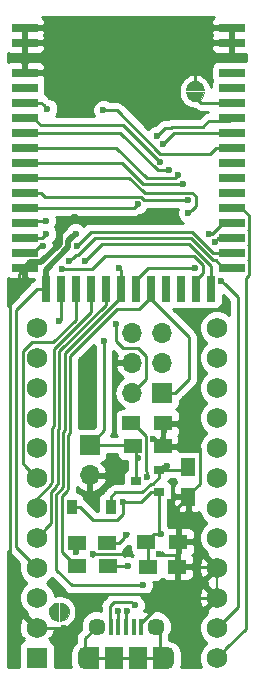
<source format=gbr>
G04 #@! TF.GenerationSoftware,KiCad,Pcbnew,(5.0.0)*
G04 #@! TF.CreationDate,2019-11-08T12:20:02-06:00*
G04 #@! TF.ProjectId,EByte_E73,45427974655F4537332E6B696361645F,rev?*
G04 #@! TF.SameCoordinates,Original*
G04 #@! TF.FileFunction,Copper,L1,Top,Signal*
G04 #@! TF.FilePolarity,Positive*
%FSLAX46Y46*%
G04 Gerber Fmt 4.6, Leading zero omitted, Abs format (unit mm)*
G04 Created by KiCad (PCBNEW (5.0.0)) date 11/08/19 12:20:02*
%MOMM*%
%LPD*%
G01*
G04 APERTURE LIST*
G04 #@! TA.AperFunction,EtchedComponent*
%ADD10C,0.010000*%
G04 #@! TD*
G04 #@! TA.AperFunction,ComponentPad*
%ADD11R,1.752600X1.752600*%
G04 #@! TD*
G04 #@! TA.AperFunction,ComponentPad*
%ADD12C,1.752600*%
G04 #@! TD*
G04 #@! TA.AperFunction,ComponentPad*
%ADD13C,0.400000*%
G04 #@! TD*
G04 #@! TA.AperFunction,SMDPad,CuDef*
%ADD14R,0.720000X2.200000*%
G04 #@! TD*
G04 #@! TA.AperFunction,SMDPad,CuDef*
%ADD15R,2.200000X0.720000*%
G04 #@! TD*
G04 #@! TA.AperFunction,SMDPad,CuDef*
%ADD16R,1.500000X1.900000*%
G04 #@! TD*
G04 #@! TA.AperFunction,ComponentPad*
%ADD17C,1.450000*%
G04 #@! TD*
G04 #@! TA.AperFunction,SMDPad,CuDef*
%ADD18R,0.400000X1.350000*%
G04 #@! TD*
G04 #@! TA.AperFunction,ComponentPad*
%ADD19O,1.200000X1.900000*%
G04 #@! TD*
G04 #@! TA.AperFunction,SMDPad,CuDef*
%ADD20R,1.200000X1.900000*%
G04 #@! TD*
G04 #@! TA.AperFunction,SMDPad,CuDef*
%ADD21R,0.900000X0.800000*%
G04 #@! TD*
G04 #@! TA.AperFunction,SMDPad,CuDef*
%ADD22R,1.250000X1.500000*%
G04 #@! TD*
G04 #@! TA.AperFunction,SMDPad,CuDef*
%ADD23R,1.500000X1.250000*%
G04 #@! TD*
G04 #@! TA.AperFunction,ComponentPad*
%ADD24R,1.700000X1.700000*%
G04 #@! TD*
G04 #@! TA.AperFunction,ComponentPad*
%ADD25O,1.700000X1.700000*%
G04 #@! TD*
G04 #@! TA.AperFunction,SMDPad,CuDef*
%ADD26R,1.500000X1.300000*%
G04 #@! TD*
G04 #@! TA.AperFunction,SMDPad,CuDef*
%ADD27R,0.900000X1.200000*%
G04 #@! TD*
G04 #@! TA.AperFunction,ViaPad*
%ADD28C,0.600000*%
G04 #@! TD*
G04 #@! TA.AperFunction,Conductor*
%ADD29C,0.250000*%
G04 #@! TD*
G04 #@! TA.AperFunction,Conductor*
%ADD30C,0.500000*%
G04 #@! TD*
G04 #@! TA.AperFunction,Conductor*
%ADD31C,0.200000*%
G04 #@! TD*
G04 #@! TA.AperFunction,Conductor*
%ADD32C,0.254000*%
G04 #@! TD*
G04 APERTURE END LIST*
D10*
G04 #@! TO.C,JP2*
G36*
X114251040Y-104288260D02*
X114296240Y-104544760D01*
X114426540Y-104770360D01*
X114626040Y-104937760D01*
X114870840Y-105026860D01*
X115131240Y-105026860D01*
X115376040Y-104937760D01*
X115575540Y-104770360D01*
X115705840Y-104544760D01*
X115751040Y-104288260D01*
X114251040Y-104288260D01*
X114251040Y-104288260D01*
G37*
X114251040Y-104288260D02*
X114296240Y-104544760D01*
X114426540Y-104770360D01*
X114626040Y-104937760D01*
X114870840Y-105026860D01*
X115131240Y-105026860D01*
X115376040Y-104937760D01*
X115575540Y-104770360D01*
X115705840Y-104544760D01*
X115751040Y-104288260D01*
X114251040Y-104288260D01*
G36*
X115751040Y-104088260D02*
X115705840Y-103831760D01*
X115575540Y-103606160D01*
X115376040Y-103438760D01*
X115131240Y-103349660D01*
X114870840Y-103349660D01*
X114626040Y-103438760D01*
X114426540Y-103606160D01*
X114296240Y-103831760D01*
X114251040Y-104088260D01*
X115751040Y-104088260D01*
X115751040Y-104088260D01*
G37*
X115751040Y-104088260D02*
X115705840Y-103831760D01*
X115575540Y-103606160D01*
X115376040Y-103438760D01*
X115131240Y-103349660D01*
X114870840Y-103349660D01*
X114626040Y-103438760D01*
X114426540Y-103606160D01*
X114296240Y-103831760D01*
X114251040Y-104088260D01*
X115751040Y-104088260D01*
G04 #@! TO.C,JP1*
G36*
X103377060Y-147504720D02*
X103120560Y-147549920D01*
X102894960Y-147680220D01*
X102727560Y-147879720D01*
X102638460Y-148124520D01*
X102638460Y-148384920D01*
X102727560Y-148629720D01*
X102894960Y-148829220D01*
X103120560Y-148959520D01*
X103377060Y-149004720D01*
X103377060Y-147504720D01*
X103377060Y-147504720D01*
G37*
X103377060Y-147504720D02*
X103120560Y-147549920D01*
X102894960Y-147680220D01*
X102727560Y-147879720D01*
X102638460Y-148124520D01*
X102638460Y-148384920D01*
X102727560Y-148629720D01*
X102894960Y-148829220D01*
X103120560Y-148959520D01*
X103377060Y-149004720D01*
X103377060Y-147504720D01*
G36*
X103577060Y-149004720D02*
X103833560Y-148959520D01*
X104059160Y-148829220D01*
X104226560Y-148629720D01*
X104315660Y-148384920D01*
X104315660Y-148124520D01*
X104226560Y-147879720D01*
X104059160Y-147680220D01*
X103833560Y-147549920D01*
X103577060Y-147504720D01*
X103577060Y-149004720D01*
X103577060Y-149004720D01*
G37*
X103577060Y-149004720D02*
X103833560Y-148959520D01*
X104059160Y-148829220D01*
X104226560Y-148629720D01*
X104315660Y-148384920D01*
X104315660Y-148124520D01*
X104226560Y-147879720D01*
X104059160Y-147680220D01*
X103833560Y-147549920D01*
X103577060Y-147504720D01*
X103577060Y-149004720D01*
G04 #@! TD*
D11*
G04 #@! TO.P,U2,1*
G04 #@! TO.N,N/C*
X101600000Y-152146000D03*
D12*
G04 #@! TO.P,U2,2*
G04 #@! TO.N,GND*
X101600000Y-149606000D03*
G04 #@! TO.P,U2,3*
G04 #@! TO.N,RESET*
X101600000Y-147066000D03*
G04 #@! TO.P,U2,4*
G04 #@! TO.N,VCC*
X101600000Y-144526000D03*
G04 #@! TO.P,U2,5*
G04 #@! TO.N,/P0.05*
X101600000Y-141986000D03*
G04 #@! TO.P,U2,6*
G04 #@! TO.N,/P0.04*
X101600000Y-139446000D03*
G04 #@! TO.P,U2,7*
G04 #@! TO.N,/P0.03*
X101600000Y-136906000D03*
G04 #@! TO.P,U2,8*
G04 #@! TO.N,/P0.02*
X101600000Y-134366000D03*
G04 #@! TO.P,U2,9*
G04 #@! TO.N,SCK*
X101600000Y-131826000D03*
G04 #@! TO.P,U2,10*
G04 #@! TO.N,MISO*
X101600000Y-129286000D03*
G04 #@! TO.P,U2,11*
G04 #@! TO.N,MOSI*
X101600000Y-126746000D03*
G04 #@! TO.P,U2,12*
G04 #@! TO.N,/P0.11*
X101600000Y-124206000D03*
G04 #@! TO.P,U2,24*
G04 #@! TO.N,/P0.16*
X116840000Y-124206000D03*
G04 #@! TO.P,U2,23*
G04 #@! TO.N,/P0.15*
X116840000Y-126746000D03*
G04 #@! TO.P,U2,22*
G04 #@! TO.N,/P0.30*
X116840000Y-129286000D03*
G04 #@! TO.P,U2,21*
G04 #@! TO.N,/P0.29*
X116840000Y-131826000D03*
G04 #@! TO.P,U2,20*
G04 #@! TO.N,/P0.28*
X116840000Y-134366000D03*
G04 #@! TO.P,U2,19*
G04 #@! TO.N,/P0.27*
X116840000Y-136906000D03*
G04 #@! TO.P,U2,18*
G04 #@! TO.N,SCL*
X116840000Y-139446000D03*
G04 #@! TO.P,U2,17*
G04 #@! TO.N,SDA*
X116840000Y-141986000D03*
G04 #@! TO.P,U2,16*
G04 #@! TO.N,GND*
X116840000Y-144526000D03*
G04 #@! TO.P,U2,15*
X116840000Y-147066000D03*
G04 #@! TO.P,U2,14*
G04 #@! TO.N,/P0.07*
X116840000Y-149606000D03*
G04 #@! TO.P,U2,13*
G04 #@! TO.N,/P0.17*
X116840000Y-152146000D03*
G04 #@! TD*
D13*
G04 #@! TO.P,JP2,2*
G04 #@! TO.N,GND*
X115001040Y-103738260D03*
G04 #@! TO.P,JP2,1*
G04 #@! TO.N,Net-(JP2-Pad1)*
X115001040Y-104638260D03*
X115001040Y-104638260D03*
G04 #@! TO.P,JP2,2*
G04 #@! TO.N,GND*
X115001040Y-103738260D03*
G04 #@! TD*
D14*
G04 #@! TO.P,U1,27*
G04 #@! TO.N,SCK*
X116332000Y-120904000D03*
G04 #@! TO.P,U1,26*
G04 #@! TO.N,/P0.11*
X115062000Y-120904000D03*
G04 #@! TO.P,U1,25*
G04 #@! TO.N,N/C*
X113792000Y-120904000D03*
G04 #@! TO.P,U1,24*
X112522000Y-120904000D03*
G04 #@! TO.P,U1,23*
G04 #@! TO.N,RXD*
X111252000Y-120904000D03*
G04 #@! TO.P,U1,22*
G04 #@! TO.N,/P0.07*
X109982000Y-120904000D03*
G04 #@! TO.P,U1,21*
G04 #@! TO.N,TXD*
X108712000Y-120904000D03*
G04 #@! TO.P,U1,20*
G04 #@! TO.N,/P0.05*
X107442000Y-120904000D03*
G04 #@! TO.P,U1,19*
G04 #@! TO.N,/P0.04*
X106172000Y-120904000D03*
G04 #@! TO.P,U1,18*
G04 #@! TO.N,/P0.03*
X104902000Y-120904000D03*
G04 #@! TO.P,U1,17*
G04 #@! TO.N,/P0.02*
X103632000Y-120904000D03*
G04 #@! TO.P,U1,16*
G04 #@! TO.N,VCC*
X102362000Y-120904000D03*
D15*
G04 #@! TO.P,U1,28*
G04 #@! TO.N,MOSI*
X118110000Y-119126000D03*
G04 #@! TO.P,U1,29*
G04 #@! TO.N,MISO*
X118110000Y-117856000D03*
G04 #@! TO.P,U1,30*
G04 #@! TO.N,/P0.15*
X118110000Y-116586000D03*
G04 #@! TO.P,U1,31*
G04 #@! TO.N,/P0.16*
X118110000Y-115316000D03*
G04 #@! TO.P,U1,32*
G04 #@! TO.N,/P0.17*
X118110000Y-114046000D03*
G04 #@! TO.P,U1,33*
G04 #@! TO.N,N/C*
X118110000Y-112776000D03*
G04 #@! TO.P,U1,34*
X118110000Y-111506000D03*
G04 #@! TO.P,U1,35*
X118110000Y-110236000D03*
G04 #@! TO.P,U1,36*
G04 #@! TO.N,RESET*
X118110000Y-108966000D03*
G04 #@! TO.P,U1,37*
G04 #@! TO.N,SWDCLK*
X118110000Y-107696000D03*
G04 #@! TO.P,U1,38*
G04 #@! TO.N,SWDIO*
X118110000Y-106426000D03*
G04 #@! TO.P,U1,39*
G04 #@! TO.N,Net-(JP2-Pad1)*
X118110000Y-105156000D03*
G04 #@! TO.P,U1,40*
G04 #@! TO.N,N/C*
X118110000Y-103886000D03*
G04 #@! TO.P,U1,41*
X118110000Y-102616000D03*
G04 #@! TO.P,U1,42*
G04 #@! TO.N,GND*
X118110000Y-100076000D03*
G04 #@! TO.P,U1,43*
X118110000Y-98806000D03*
G04 #@! TO.P,U1,0*
X100584000Y-98806000D03*
G04 #@! TO.P,U1,1*
X100584000Y-100076000D03*
G04 #@! TO.P,U1,2*
X100584000Y-102616000D03*
G04 #@! TO.P,U1,3*
G04 #@! TO.N,N/C*
X100584000Y-103886000D03*
G04 #@! TO.P,U1,4*
G04 #@! TO.N,Net-(C4-Pad1)*
X100584000Y-105156000D03*
G04 #@! TO.P,U1,5*
G04 #@! TO.N,SDA*
X100584000Y-106426000D03*
G04 #@! TO.P,U1,6*
G04 #@! TO.N,SCL*
X100584000Y-107696000D03*
G04 #@! TO.P,U1,7*
G04 #@! TO.N,/P0.27*
X100584000Y-108966000D03*
G04 #@! TO.P,U1,8*
G04 #@! TO.N,/P0.28*
X100584000Y-110236000D03*
G04 #@! TO.P,U1,9*
G04 #@! TO.N,/P0.29*
X100584000Y-111506000D03*
G04 #@! TO.P,U1,10*
G04 #@! TO.N,/P0.30*
X100584000Y-112776000D03*
G04 #@! TO.P,U1,11*
G04 #@! TO.N,/P0.31*
X100584000Y-114046000D03*
G04 #@! TO.P,U1,12*
G04 #@! TO.N,Net-(C1-Pad1)*
X100584000Y-115316000D03*
G04 #@! TO.P,U1,13*
G04 #@! TO.N,Net-(L1-Pad2)*
X100584000Y-116586000D03*
G04 #@! TO.P,U1,14*
G04 #@! TO.N,Net-(C2-Pad1)*
X100584000Y-117856000D03*
G04 #@! TO.P,U1,15*
G04 #@! TO.N,GND*
X100584000Y-119126000D03*
G04 #@! TD*
D16*
G04 #@! TO.P,J1,6*
G04 #@! TO.N,Net-(J1-Pad6)*
X110169200Y-152208980D03*
D17*
X106669200Y-149508980D03*
D18*
G04 #@! TO.P,J1,2*
G04 #@! TO.N,/Data-*
X108519200Y-149508980D03*
G04 #@! TO.P,J1,1*
G04 #@! TO.N,/VBus*
X107869200Y-149508980D03*
G04 #@! TO.P,J1,5*
G04 #@! TO.N,GND*
X110469200Y-149508980D03*
G04 #@! TO.P,J1,4*
G04 #@! TO.N,N/C*
X109819200Y-149508980D03*
G04 #@! TO.P,J1,3*
G04 #@! TO.N,/Data+*
X109169200Y-149508980D03*
D17*
G04 #@! TO.P,J1,6*
G04 #@! TO.N,Net-(J1-Pad6)*
X111669200Y-149508980D03*
D16*
X108169200Y-152208980D03*
D19*
X105669200Y-152208980D03*
X112669200Y-152208980D03*
D20*
X112069200Y-152208980D03*
X106269200Y-152208980D03*
G04 #@! TD*
D21*
G04 #@! TO.P,Q1,1*
G04 #@! TO.N,/VBus*
X111973360Y-138132820D03*
G04 #@! TO.P,Q1,2*
G04 #@! TO.N,Net-(C5-Pad1)*
X111973360Y-136232820D03*
G04 #@! TO.P,Q1,3*
G04 #@! TO.N,/VBatt*
X109973360Y-137182820D03*
G04 #@! TD*
D22*
G04 #@! TO.P,C5,1*
G04 #@! TO.N,Net-(C5-Pad1)*
X114434620Y-136011280D03*
G04 #@! TO.P,C5,2*
G04 #@! TO.N,GND*
X114434620Y-138511280D03*
G04 #@! TD*
D23*
G04 #@! TO.P,C7,1*
G04 #@! TO.N,/VBatt*
X109752760Y-134246620D03*
G04 #@! TO.P,C7,2*
G04 #@! TO.N,GND*
X112252760Y-134246620D03*
G04 #@! TD*
D24*
G04 #@! TO.P,J3,1*
G04 #@! TO.N,/VBatt*
X106072940Y-134167880D03*
D25*
G04 #@! TO.P,J3,2*
G04 #@! TO.N,GND*
X106072940Y-136707880D03*
G04 #@! TD*
D26*
G04 #@! TO.P,R2,1*
G04 #@! TO.N,/VBus*
X110890060Y-142333980D03*
G04 #@! TO.P,R2,2*
G04 #@! TO.N,GND*
X113590060Y-142333980D03*
G04 #@! TD*
G04 #@! TO.P,R3,1*
G04 #@! TO.N,Net-(R3-Pad1)*
X109617520Y-132308600D03*
G04 #@! TO.P,R3,2*
G04 #@! TO.N,GND*
X112317520Y-132308600D03*
G04 #@! TD*
D23*
G04 #@! TO.P,C8,1*
G04 #@! TO.N,/VBus*
X111004980Y-144432020D03*
G04 #@! TO.P,C8,2*
G04 #@! TO.N,GND*
X113504980Y-144432020D03*
G04 #@! TD*
D26*
G04 #@! TO.P,R6,1*
G04 #@! TO.N,RXD*
X104970600Y-144409160D03*
G04 #@! TO.P,R6,2*
G04 #@! TO.N,Net-(R6-Pad2)*
X107670600Y-144409160D03*
G04 #@! TD*
D23*
G04 #@! TO.P,C9,1*
G04 #@! TO.N,Net-(C9-Pad1)*
X105028360Y-142402560D03*
G04 #@! TO.P,C9,2*
G04 #@! TO.N,/DTR*
X107528360Y-142402560D03*
G04 #@! TD*
D24*
G04 #@! TO.P,J2,1*
G04 #@! TO.N,RXD*
X112229900Y-129715260D03*
D25*
G04 #@! TO.P,J2,2*
G04 #@! TO.N,TXD*
X109689900Y-129715260D03*
G04 #@! TO.P,J2,3*
G04 #@! TO.N,VCC*
X112229900Y-127175260D03*
G04 #@! TO.P,J2,4*
G04 #@! TO.N,GND*
X109689900Y-127175260D03*
G04 #@! TO.P,J2,5*
G04 #@! TO.N,SWDCLK*
X112229900Y-124635260D03*
G04 #@! TO.P,J2,6*
G04 #@! TO.N,SWDIO*
X109689900Y-124635260D03*
G04 #@! TD*
D13*
G04 #@! TO.P,JP1,2*
G04 #@! TO.N,Net-(C9-Pad1)*
X103927060Y-148254720D03*
G04 #@! TO.P,JP1,1*
G04 #@! TO.N,RESET*
X103027060Y-148254720D03*
X103027060Y-148254720D03*
G04 #@! TO.P,JP1,2*
G04 #@! TO.N,Net-(C9-Pad1)*
X103927060Y-148254720D03*
G04 #@! TD*
D27*
G04 #@! TO.P,D1,1*
G04 #@! TO.N,Net-(C5-Pad1)*
X107850000Y-139360000D03*
G04 #@! TO.P,D1,2*
G04 #@! TO.N,/VBus*
X104550000Y-139360000D03*
G04 #@! TD*
D28*
G04 #@! TO.N,GND*
X103940000Y-149606000D03*
X106350000Y-143390000D03*
X109450000Y-143330000D03*
X111972968Y-143357040D03*
X105400000Y-129710000D03*
X104815640Y-114808000D03*
X105775760Y-105806484D03*
X101036120Y-120291860D03*
X112882680Y-138930380D03*
X111452771Y-133596380D03*
X103124000Y-100076000D03*
X102362000Y-100076000D03*
X109474000Y-100076000D03*
X116078000Y-100076000D03*
X116078000Y-98806000D03*
X109474000Y-98806000D03*
X103124000Y-98806000D03*
X102362000Y-98806000D03*
G04 #@! TO.N,Net-(C1-Pad1)*
X102351840Y-115133120D03*
G04 #@! TO.N,Net-(C2-Pad1)*
X102144164Y-117310340D03*
G04 #@! TO.N,VCC*
X104889300Y-116235480D03*
G04 #@! TO.N,SWDIO*
X111757460Y-108003340D03*
G04 #@! TO.N,RESET*
X107246420Y-105791000D03*
G04 #@! TO.N,SWDCLK*
X112274185Y-108658339D03*
G04 #@! TO.N,Net-(L1-Pad2)*
X102402640Y-116265960D03*
G04 #@! TO.N,SCK*
X105671708Y-118579336D03*
G04 #@! TO.N,/P0.11*
X103740379Y-119196281D03*
G04 #@! TO.N,TXD*
X108567220Y-119136330D03*
X108313220Y-123855480D03*
X110568164Y-146007023D03*
G04 #@! TO.N,/P0.02*
X103525320Y-123639580D03*
G04 #@! TO.N,MOSI*
X104365728Y-118588588D03*
G04 #@! TO.N,MISO*
X105008691Y-117248951D03*
G04 #@! TO.N,/P0.15*
X116682210Y-116926346D03*
G04 #@! TO.N,/P0.16*
X116220410Y-116273078D03*
G04 #@! TO.N,SDA*
X112024560Y-110153001D03*
G04 #@! TO.N,SCL*
X112760760Y-110881160D03*
G04 #@! TO.N,/P0.27*
X113570969Y-111272954D03*
G04 #@! TO.N,/P0.28*
X113988612Y-112063856D03*
G04 #@! TO.N,/P0.29*
X114438623Y-114513360D03*
G04 #@! TO.N,/P0.30*
X114438623Y-113392642D03*
G04 #@! TO.N,/P0.07*
X117224186Y-120241060D03*
X115008660Y-119156480D03*
G04 #@! TO.N,Net-(C4-Pad1)*
X102486460Y-105666540D03*
G04 #@! TO.N,/Data-*
X108460000Y-148230000D03*
G04 #@! TO.N,/VBus*
X108892184Y-138955728D03*
X109902325Y-147717229D03*
X112118140Y-141678660D03*
G04 #@! TO.N,/Data+*
X109271888Y-148209742D03*
G04 #@! TO.N,Net-(C5-Pad1)*
X112615980Y-135895080D03*
G04 #@! TO.N,/VBatt*
X107294680Y-125310900D03*
X110202751Y-135203616D03*
G04 #@! TO.N,Net-(R3-Pad1)*
X110923364Y-136883375D03*
G04 #@! TO.N,Net-(C9-Pad1)*
X104940000Y-143230000D03*
G04 #@! TO.N,/DTR*
X109190049Y-141777720D03*
G04 #@! TO.N,Net-(R6-Pad2)*
X109304969Y-144416780D03*
G04 #@! TO.N,/P0.31*
X110149810Y-113746280D03*
G04 #@! TD*
D29*
G04 #@! TO.N,GND*
X109450000Y-143330000D02*
X109025736Y-143330000D01*
X109025736Y-143330000D02*
X108965736Y-143390000D01*
X108965736Y-143390000D02*
X106350000Y-143390000D01*
X113404040Y-143420000D02*
X112035928Y-143420000D01*
X112035928Y-143420000D02*
X111972968Y-143357040D01*
X113590060Y-142333980D02*
X113590060Y-143233980D01*
X113590060Y-143233980D02*
X113404040Y-143420000D01*
X112273080Y-146763740D02*
X112575340Y-147066000D01*
X107101640Y-146763740D02*
X112273080Y-146763740D01*
X104259380Y-149606000D02*
X107101640Y-146763740D01*
X101600000Y-149606000D02*
X104259380Y-149606000D01*
D30*
X103545640Y-116055140D02*
X104792780Y-114808000D01*
X104792780Y-114808000D02*
X104815640Y-114808000D01*
X103545640Y-117119400D02*
X103545640Y-116055140D01*
X101999039Y-118666001D02*
X103545640Y-117119400D01*
X101043999Y-118666001D02*
X101999039Y-118666001D01*
X100584000Y-119126000D02*
X101043999Y-118666001D01*
D29*
X109474000Y-100076000D02*
X108061760Y-100076000D01*
X108061760Y-100076000D02*
X105923080Y-102214680D01*
X105923080Y-102214680D02*
X105923080Y-105659164D01*
X105923080Y-105659164D02*
X105775760Y-105806484D01*
X100584000Y-119126000D02*
X100584000Y-119839740D01*
X100584000Y-119839740D02*
X101036120Y-120291860D01*
X113590060Y-139355840D02*
X113308140Y-139355840D01*
X113308140Y-139355840D02*
X112882680Y-138930380D01*
X111452771Y-133596380D02*
X111602520Y-133596380D01*
X111602520Y-133596380D02*
X112252760Y-134246620D01*
X112317520Y-132308600D02*
X112317520Y-134181860D01*
X112317520Y-134181860D02*
X112252760Y-134246620D01*
X112317520Y-132308600D02*
X113317520Y-132308600D01*
X113317520Y-132308600D02*
X115384621Y-134375701D01*
X114434620Y-138386280D02*
X114434620Y-138511280D01*
X115384621Y-134375701D02*
X115384621Y-137436279D01*
X115384621Y-137436279D02*
X114434620Y-138386280D01*
X113590060Y-142333980D02*
X113590060Y-139355840D01*
X113590060Y-139355840D02*
X114434620Y-138511280D01*
X113504980Y-144432020D02*
X116746020Y-144432020D01*
X116746020Y-144432020D02*
X116840000Y-144526000D01*
X113590060Y-142333980D02*
X113590060Y-144346940D01*
X113590060Y-144346940D02*
X113504980Y-144432020D01*
X110469200Y-149508980D02*
X110469200Y-149172140D01*
X110469200Y-149172140D02*
X112575340Y-147066000D01*
X115600725Y-147066000D02*
X116840000Y-147066000D01*
X112575340Y-147066000D02*
X115600725Y-147066000D01*
X115001040Y-103738260D02*
X115001040Y-101152960D01*
X115001040Y-101152960D02*
X116078000Y-100076000D01*
X116467500Y-144153500D02*
X116840000Y-144526000D01*
X100584000Y-100076000D02*
X102362000Y-100076000D01*
X109474000Y-100076000D02*
X103124000Y-100076000D01*
X118110000Y-100076000D02*
X116078000Y-100076000D01*
X116078000Y-98806000D02*
X118110000Y-98806000D01*
X103124000Y-98806000D02*
X109474000Y-98806000D01*
X100584000Y-98806000D02*
X102362000Y-98806000D01*
X100584000Y-119126000D02*
X100076000Y-119634000D01*
X100076000Y-119634000D02*
X100076000Y-121412000D01*
X99314000Y-147320000D02*
X101600000Y-149606000D01*
X100076000Y-121412000D02*
X99314000Y-122174000D01*
X99314000Y-122174000D02*
X99314000Y-147320000D01*
X100584000Y-100076000D02*
X100584000Y-102616000D01*
X100584000Y-98806000D02*
X100584000Y-100076000D01*
X118110000Y-100076000D02*
X118110000Y-98806000D01*
X117370000Y-100076000D02*
X118110000Y-100076000D01*
D31*
X116395500Y-144081500D02*
X116840000Y-144526000D01*
X116840000Y-147066000D02*
X116840000Y-145826725D01*
X116840000Y-145826725D02*
X116840000Y-144526000D01*
D29*
G04 #@! TO.N,Net-(C1-Pad1)*
X102351840Y-115133120D02*
X100766880Y-115133120D01*
X100766880Y-115133120D02*
X100584000Y-115316000D01*
X100584000Y-115316000D02*
X101324000Y-115316000D01*
G04 #@! TO.N,Net-(C2-Pad1)*
X100584000Y-117856000D02*
X101324000Y-117856000D01*
X101934000Y-117246000D02*
X102079824Y-117246000D01*
X101324000Y-117856000D02*
X101934000Y-117246000D01*
X102079824Y-117246000D02*
X102144164Y-117310340D01*
D30*
G04 #@! TO.N,VCC*
X104245651Y-116879129D02*
X104589301Y-116535479D01*
X104245651Y-117409354D02*
X104245651Y-116879129D01*
X102362000Y-120904000D02*
X102362000Y-119293005D01*
X104589301Y-116535479D02*
X104889300Y-116235480D01*
X102362000Y-119293005D02*
X104245651Y-117409354D01*
D29*
X101600000Y-144526000D02*
X99822000Y-142748000D01*
X99822000Y-142748000D02*
X99822000Y-122682000D01*
X99822000Y-122682000D02*
X101600000Y-120904000D01*
X101600000Y-120904000D02*
X101854000Y-120904000D01*
X101854000Y-120904000D02*
X102362000Y-120904000D01*
X102362000Y-120904000D02*
X102362000Y-120164000D01*
G04 #@! TO.N,SWDIO*
X118110000Y-106426000D02*
X117858540Y-106677460D01*
X117858540Y-106677460D02*
X116197380Y-106677460D01*
X116197380Y-106677460D02*
X115798600Y-107076240D01*
X115798600Y-107076240D02*
X115798600Y-107109260D01*
X115798600Y-107109260D02*
X115661870Y-107245990D01*
X115661870Y-107245990D02*
X113050124Y-107245990D01*
X113050124Y-107245990D02*
X112993814Y-107302300D01*
X112993814Y-107302300D02*
X112458500Y-107302300D01*
X112458500Y-107302300D02*
X112057459Y-107703341D01*
X112057459Y-107703341D02*
X111757460Y-108003340D01*
G04 #@! TO.N,RESET*
X108379344Y-105791000D02*
X107670684Y-105791000D01*
X112047265Y-109458921D02*
X108379344Y-105791000D01*
X116267079Y-109458921D02*
X112047265Y-109458921D01*
X116760000Y-108966000D02*
X116267079Y-109458921D01*
X118110000Y-108966000D02*
X116760000Y-108966000D01*
X107670684Y-105791000D02*
X107246420Y-105791000D01*
D31*
X101926000Y-146740000D02*
X101600000Y-147066000D01*
D29*
G04 #@! TO.N,SWDCLK*
X112574184Y-108358340D02*
X112274185Y-108658339D01*
X118110000Y-107696000D02*
X113236524Y-107696000D01*
X113236524Y-107696000D02*
X112574184Y-108358340D01*
G04 #@! TO.N,Net-(L1-Pad2)*
X100584000Y-116586000D02*
X102082600Y-116586000D01*
X102082600Y-116586000D02*
X102402640Y-116265960D01*
X100584000Y-116586000D02*
X101324000Y-116586000D01*
G04 #@! TO.N,SCK*
X116332000Y-120904000D02*
X116332000Y-118946347D01*
X107161479Y-117089565D02*
X105971707Y-118279337D01*
X105971707Y-118279337D02*
X105671708Y-118579336D01*
X114475218Y-117089565D02*
X107161479Y-117089565D01*
X116332000Y-118946347D02*
X114475218Y-117089565D01*
X116332000Y-120904000D02*
X116332000Y-121644000D01*
G04 #@! TO.N,/P0.11*
X104164643Y-119196281D02*
X103740379Y-119196281D01*
X115672000Y-118922758D02*
X114887182Y-118137940D01*
X115672000Y-119554000D02*
X115672000Y-118922758D01*
X115062000Y-120904000D02*
X115062000Y-120164000D01*
X106311981Y-119225221D02*
X104193583Y-119225221D01*
X114887182Y-118137940D02*
X107399262Y-118137940D01*
X104193583Y-119225221D02*
X104164643Y-119196281D01*
X115062000Y-120164000D02*
X115672000Y-119554000D01*
X107399262Y-118137940D02*
X106311981Y-119225221D01*
X115062000Y-120904000D02*
X115062000Y-121644000D01*
G04 #@! TO.N,RXD*
X111252000Y-120904000D02*
X111252000Y-121644000D01*
X104151334Y-138041825D02*
X103710000Y-138483159D01*
X111252000Y-121644000D02*
X110285120Y-122610880D01*
X110285120Y-122610880D02*
X108394500Y-122610880D01*
X108394500Y-122610880D02*
X104424480Y-126580900D01*
X104267000Y-133252143D02*
X104267000Y-137825480D01*
X104424480Y-126580900D02*
X104424480Y-133094663D01*
X104424480Y-133094663D02*
X104267000Y-133252143D01*
X103710000Y-143190000D02*
X104929160Y-144409160D01*
X104267000Y-137825480D02*
X104151334Y-137941146D01*
X104151334Y-137941146D02*
X104151334Y-138041825D01*
X103710000Y-138483159D02*
X103710000Y-143190000D01*
X104929160Y-144409160D02*
X104970600Y-144409160D01*
X111252000Y-120904000D02*
X111252000Y-121795540D01*
X111252000Y-121795540D02*
X114490500Y-125034040D01*
X114490500Y-125034040D02*
X114490500Y-128554660D01*
X114490500Y-128554660D02*
X113329900Y-129715260D01*
X113329900Y-129715260D02*
X112229900Y-129715260D01*
G04 #@! TO.N,TXD*
X104583461Y-146007023D02*
X110143900Y-146007023D01*
X103816984Y-137626388D02*
X103701323Y-137742048D01*
X108712000Y-120904000D02*
X108712000Y-121644000D01*
X110143900Y-146007023D02*
X110568164Y-146007023D01*
X103974469Y-126381531D02*
X103974469Y-132908263D01*
X103701323Y-137855425D02*
X103259989Y-138296759D01*
X103259989Y-138296759D02*
X103259989Y-144683551D01*
X103974469Y-132908263D02*
X103816989Y-133065743D01*
X108712000Y-121644000D02*
X103974469Y-126381531D01*
X103816989Y-133065743D02*
X103816989Y-136893486D01*
X103259989Y-144683551D02*
X104583461Y-146007023D01*
X103816989Y-136893486D02*
X103816984Y-137626388D01*
X103701323Y-137742048D02*
X103701323Y-137855425D01*
X108712000Y-119281110D02*
X108567220Y-119136330D01*
X108712000Y-120904000D02*
X108712000Y-119281110D01*
X108912660Y-125948440D02*
X110202082Y-125948440D01*
X110202082Y-125948440D02*
X110864901Y-126611259D01*
X110864901Y-126611259D02*
X110864901Y-128540259D01*
X110864901Y-128540259D02*
X110539899Y-128865261D01*
X110539899Y-128865261D02*
X109689900Y-129715260D01*
X108313220Y-125349000D02*
X108912660Y-125948440D01*
X108313220Y-123855480D02*
X108313220Y-125349000D01*
X108712000Y-120904000D02*
X108712000Y-120164000D01*
G04 #@! TO.N,/P0.05*
X102476299Y-141109701D02*
X101600000Y-141986000D01*
X102809978Y-138110359D02*
X102809978Y-140776022D01*
X102809978Y-140776022D02*
X102476299Y-141109701D01*
X103366975Y-137439985D02*
X103251312Y-137555648D01*
X103251312Y-137555648D02*
X103251312Y-137669025D01*
X103366978Y-132879343D02*
X103366975Y-137439985D01*
X103524458Y-132721863D02*
X103366978Y-132879343D01*
X107442000Y-122254000D02*
X103524458Y-126171542D01*
X103251312Y-137669025D02*
X102809978Y-138110359D01*
X103524458Y-126171542D02*
X103524458Y-132721863D01*
X107442000Y-120904000D02*
X107442000Y-122254000D01*
G04 #@! TO.N,/P0.04*
X102801301Y-137482625D02*
X101600000Y-138683926D01*
X106172000Y-122887589D02*
X103074447Y-125985142D01*
X102916967Y-132692943D02*
X102916965Y-137253583D01*
X101600000Y-138683926D02*
X101600000Y-139446000D01*
X102801301Y-137369248D02*
X102801301Y-137482625D01*
X106172000Y-120904000D02*
X106172000Y-122887589D01*
X103074447Y-132535463D02*
X102916967Y-132692943D01*
X102916965Y-137253583D02*
X102801301Y-137369248D01*
X103074447Y-125985142D02*
X103074447Y-132535463D01*
G04 #@! TO.N,/P0.03*
X104902000Y-120904000D02*
X104902000Y-123521178D01*
X104902000Y-123521178D02*
X103015877Y-125407301D01*
X103015877Y-125407301D02*
X101160773Y-125407301D01*
X101160773Y-125407301D02*
X100398699Y-126169375D01*
X100723701Y-136029701D02*
X101600000Y-136906000D01*
X100398699Y-126169375D02*
X100398699Y-135704699D01*
X100398699Y-135704699D02*
X100723701Y-136029701D01*
G04 #@! TO.N,/P0.02*
X103632000Y-120904000D02*
X103632000Y-123532900D01*
X103632000Y-123532900D02*
X103525320Y-123639580D01*
X103632000Y-120904000D02*
X103632000Y-121644000D01*
G04 #@! TO.N,MOSI*
X105089798Y-118051742D02*
X104902574Y-118051742D01*
X116538064Y-118516000D02*
X114651244Y-116629180D01*
X114651244Y-116629180D02*
X106512360Y-116629180D01*
X117370000Y-119126000D02*
X116760000Y-118516000D01*
X116760000Y-118516000D02*
X116538064Y-118516000D01*
X104665727Y-118288589D02*
X104365728Y-118588588D01*
X104902574Y-118051742D02*
X104665727Y-118288589D01*
X106512360Y-116629180D02*
X105089798Y-118051742D01*
X118110000Y-119126000D02*
X117370000Y-119126000D01*
G04 #@! TO.N,MISO*
X105308690Y-116948952D02*
X105008691Y-117248951D01*
X106156782Y-116100860D02*
X105308690Y-116948952D01*
X116514474Y-117856000D02*
X114759334Y-116100860D01*
X114759334Y-116100860D02*
X106156782Y-116100860D01*
X118110000Y-117856000D02*
X116514474Y-117856000D01*
X101600000Y-129286000D02*
X102011480Y-128874520D01*
G04 #@! TO.N,/P0.15*
X117022556Y-116586000D02*
X116982209Y-116626347D01*
X116982209Y-116626347D02*
X116682210Y-116926346D01*
X118110000Y-116586000D02*
X117022556Y-116586000D01*
G04 #@! TO.N,/P0.16*
X116412922Y-116273078D02*
X116220410Y-116273078D01*
X118110000Y-115316000D02*
X117370000Y-115316000D01*
X117370000Y-115316000D02*
X116412922Y-116273078D01*
G04 #@! TO.N,SDA*
X111724561Y-109853002D02*
X112024560Y-110153001D01*
X108907559Y-107036000D02*
X111724561Y-109853002D01*
X101934000Y-107036000D02*
X108907559Y-107036000D01*
X100584000Y-106426000D02*
X101324000Y-106426000D01*
X101324000Y-106426000D02*
X101934000Y-107036000D01*
G04 #@! TO.N,SCL*
X100584000Y-107696000D02*
X108650596Y-107696000D01*
X108650596Y-107696000D02*
X111835756Y-110881160D01*
X111835756Y-110881160D02*
X112336496Y-110881160D01*
X112336496Y-110881160D02*
X112760760Y-110881160D01*
G04 #@! TO.N,/P0.27*
X108294996Y-108966000D02*
X110901949Y-111572953D01*
X113270970Y-111572953D02*
X113570969Y-111272954D01*
X100584000Y-108966000D02*
X108294996Y-108966000D01*
X110901949Y-111572953D02*
X113270970Y-111572953D01*
G04 #@! TO.N,/P0.28*
X100584000Y-110236000D02*
X108802996Y-110236000D01*
X108802996Y-110236000D02*
X110630852Y-112063856D01*
X110630852Y-112063856D02*
X113564348Y-112063856D01*
X113564348Y-112063856D02*
X113988612Y-112063856D01*
G04 #@! TO.N,/P0.29*
X115063625Y-113888358D02*
X114738622Y-114213361D01*
X115063625Y-113092640D02*
X115063625Y-113888358D01*
X110732582Y-112767640D02*
X114738625Y-112767640D01*
X110636212Y-112671270D02*
X110732582Y-112767640D01*
X109417465Y-111506000D02*
X110582733Y-112671268D01*
X100584000Y-111506000D02*
X109417465Y-111506000D01*
X110582733Y-112671268D02*
X110636212Y-112671270D01*
X114738622Y-114213361D02*
X114438623Y-114513360D01*
X114738625Y-112767640D02*
X115063625Y-113092640D01*
G04 #@! TO.N,/P0.30*
X110449811Y-113121279D02*
X110721174Y-113392642D01*
X101934000Y-112776000D02*
X102279279Y-113121279D01*
X102279279Y-113121279D02*
X110449811Y-113121279D01*
X114014359Y-113392642D02*
X114438623Y-113392642D01*
X100584000Y-112776000D02*
X101934000Y-112776000D01*
X110721174Y-113392642D02*
X114014359Y-113392642D01*
G04 #@! TO.N,Net-(JP2-Pad1)*
X115001040Y-104638260D02*
X115518780Y-105156000D01*
X115518780Y-105156000D02*
X118110000Y-105156000D01*
G04 #@! TO.N,/P0.07*
X117524185Y-120541059D02*
X117224186Y-120241060D01*
X118629989Y-121646863D02*
X117524185Y-120541059D01*
X116840000Y-149606000D02*
X118629989Y-147816011D01*
X118629989Y-147816011D02*
X118629989Y-121646863D01*
X114584396Y-119156480D02*
X115008660Y-119156480D01*
X109982000Y-120164000D02*
X110989520Y-119156480D01*
X109982000Y-120904000D02*
X109982000Y-120164000D01*
X110989520Y-119156480D02*
X114584396Y-119156480D01*
G04 #@! TO.N,/P0.17*
X118110000Y-114046000D02*
X118926000Y-114046000D01*
X119470001Y-114590001D02*
X119470001Y-114630999D01*
X118926000Y-114046000D02*
X119470001Y-114590001D01*
X119470001Y-114630999D02*
X119535001Y-114695999D01*
X119535001Y-114695999D02*
X119535001Y-115936001D01*
X119535001Y-115936001D02*
X119520002Y-115951000D01*
X119535001Y-119746001D02*
X119280000Y-120001002D01*
X119520002Y-118491000D02*
X119535001Y-118505999D01*
X119535001Y-117235999D02*
X119535001Y-118476001D01*
X119520002Y-115951000D02*
X119535001Y-115965999D01*
X119280000Y-149706000D02*
X117716299Y-151269701D01*
X119535001Y-118505999D02*
X119535001Y-119746001D01*
X119535001Y-117206001D02*
X119520002Y-117221000D01*
X119535001Y-115965999D02*
X119535001Y-117206001D01*
X119280000Y-120001002D02*
X119280000Y-149706000D01*
X119520002Y-117221000D02*
X119535001Y-117235999D01*
X119535001Y-118476001D02*
X119520002Y-118491000D01*
X117716299Y-151269701D02*
X116840000Y-152146000D01*
G04 #@! TO.N,Net-(C4-Pad1)*
X100584000Y-105156000D02*
X101975920Y-105156000D01*
X101975920Y-105156000D02*
X102186461Y-105366541D01*
X102186461Y-105366541D02*
X102486460Y-105666540D01*
G04 #@! TO.N,Net-(J1-Pad6)*
X112069200Y-152208980D02*
X112069200Y-149908980D01*
X112069200Y-149908980D02*
X111669200Y-149508980D01*
X110169200Y-152208980D02*
X112669200Y-152208980D01*
X108169200Y-152208980D02*
X110169200Y-152208980D01*
X108169200Y-152208980D02*
X105669200Y-152208980D01*
X106669200Y-149508980D02*
X105669200Y-150508980D01*
X105669200Y-150508980D02*
X105669200Y-152208980D01*
G04 #@! TO.N,/Data-*
X108519200Y-148289200D02*
X108460000Y-148230000D01*
X108519200Y-149508980D02*
X108519200Y-148289200D01*
G04 #@! TO.N,/VBus*
X109316448Y-138955728D02*
X108892184Y-138955728D01*
X110450452Y-138955728D02*
X109316448Y-138955728D01*
X108892184Y-139379992D02*
X108892184Y-138955728D01*
X108385002Y-140460000D02*
X108892184Y-139952818D01*
X106350000Y-140460000D02*
X108385002Y-140460000D01*
X104550000Y-139360000D02*
X105250000Y-139360000D01*
X108892184Y-139952818D02*
X108892184Y-139379992D01*
X111273360Y-138132820D02*
X110450452Y-138955728D01*
X105250000Y-139360000D02*
X106350000Y-140460000D01*
X111973360Y-138132820D02*
X111273360Y-138132820D01*
X107869200Y-149508980D02*
X107869200Y-149033980D01*
X107869200Y-149033980D02*
X107770000Y-148934780D01*
X107770000Y-147760000D02*
X108112770Y-147417230D01*
X107770000Y-148934780D02*
X107770000Y-147760000D01*
X108112770Y-147417230D02*
X109602326Y-147417230D01*
X109602326Y-147417230D02*
X109902325Y-147717229D01*
X111973360Y-138132820D02*
X111973360Y-141533880D01*
X111973360Y-141533880D02*
X112118140Y-141678660D01*
X112118140Y-141678660D02*
X111545380Y-141678660D01*
X111545380Y-141678660D02*
X110890060Y-142333980D01*
X111004980Y-144432020D02*
X111004980Y-142448900D01*
X111004980Y-142448900D02*
X110890060Y-142333980D01*
G04 #@! TO.N,/Data+*
X109169200Y-149508980D02*
X109169200Y-148312430D01*
X109169200Y-148312430D02*
X109271888Y-148209742D01*
G04 #@! TO.N,Net-(C5-Pad1)*
X107850000Y-139360000D02*
X107850000Y-138510000D01*
X107850000Y-138510000D02*
X108240000Y-138120000D01*
X108240000Y-138120000D02*
X110551178Y-138120000D01*
X110551178Y-138120000D02*
X111263359Y-137407819D01*
X111263359Y-137407819D02*
X111448361Y-137407819D01*
X111448361Y-137407819D02*
X111973360Y-136882820D01*
X111973360Y-136882820D02*
X111973360Y-136232820D01*
X112615980Y-135895080D02*
X112311100Y-135895080D01*
X112311100Y-135895080D02*
X111973360Y-136232820D01*
X111973360Y-136232820D02*
X111923360Y-136232820D01*
X111973360Y-136232820D02*
X114213080Y-136232820D01*
X114213080Y-136232820D02*
X114434620Y-136011280D01*
G04 #@! TO.N,/VBatt*
X107294680Y-125310900D02*
X107294680Y-132885180D01*
X107294680Y-132885180D02*
X106072940Y-134106920D01*
X106072940Y-134106920D02*
X106072940Y-134167880D01*
X106072940Y-134167880D02*
X109674020Y-134167880D01*
X109674020Y-134167880D02*
X109752760Y-134246620D01*
X109973360Y-135433007D02*
X110202751Y-135203616D01*
X109973360Y-137182820D02*
X109973360Y-135433007D01*
X109973360Y-137182820D02*
X109973360Y-134467220D01*
X109973360Y-134467220D02*
X109752760Y-134246620D01*
G04 #@! TO.N,Net-(R3-Pad1)*
X110923364Y-136459111D02*
X110923364Y-136883375D01*
X110827761Y-133418841D02*
X110827761Y-136363508D01*
X110827761Y-136363508D02*
X110923364Y-136459111D01*
X109717520Y-132308600D02*
X110827761Y-133418841D01*
X109617520Y-132308600D02*
X109717520Y-132308600D01*
X109617520Y-132308600D02*
X109517520Y-132308600D01*
G04 #@! TO.N,Net-(C9-Pad1)*
X104940000Y-142805736D02*
X104940000Y-143230000D01*
X104940000Y-142490920D02*
X104940000Y-142805736D01*
X105028360Y-142402560D02*
X104940000Y-142490920D01*
G04 #@! TO.N,/DTR*
X107528360Y-142402560D02*
X108565209Y-142402560D01*
X108890050Y-142077719D02*
X109190049Y-141777720D01*
X109332082Y-141635687D02*
X109190049Y-141777720D01*
X109332082Y-141615160D02*
X109332082Y-141635687D01*
X108565209Y-142402560D02*
X108890050Y-142077719D01*
G04 #@! TO.N,Net-(R6-Pad2)*
X109297349Y-144409160D02*
X109304969Y-144416780D01*
X107670600Y-144409160D02*
X109297349Y-144409160D01*
G04 #@! TO.N,/P0.31*
X109850090Y-114046000D02*
X110149810Y-113746280D01*
X100584000Y-114046000D02*
X109850090Y-114046000D01*
G04 #@! TD*
D32*
G04 #@! TO.N,GND*
G36*
X99274071Y-143295929D02*
X99337530Y-143338331D01*
X100128499Y-144129301D01*
X100088700Y-144225384D01*
X100088700Y-144826616D01*
X100318782Y-145382083D01*
X100732699Y-145796000D01*
X100318782Y-146209917D01*
X100088700Y-146765384D01*
X100088700Y-147366616D01*
X100318782Y-147922083D01*
X100743917Y-148347218D01*
X100776520Y-148360722D01*
X100716604Y-148542999D01*
X101600000Y-149426395D01*
X101614143Y-149412253D01*
X101793748Y-149591858D01*
X101779605Y-149606000D01*
X101793748Y-149620143D01*
X101614143Y-149799748D01*
X101600000Y-149785605D01*
X101585858Y-149799748D01*
X101406253Y-149620143D01*
X101420395Y-149606000D01*
X100536999Y-148722604D01*
X100282973Y-148806104D01*
X100077118Y-149370997D01*
X100103109Y-149971668D01*
X100282973Y-150405896D01*
X100536997Y-150489395D01*
X100422369Y-150604023D01*
X100487574Y-150669228D01*
X100475935Y-150671543D01*
X100265891Y-150811891D01*
X100125543Y-151021935D01*
X100076260Y-151269700D01*
X100076260Y-152960000D01*
X99135000Y-152960000D01*
X99135000Y-143087794D01*
X99274071Y-143295929D01*
X99274071Y-143295929D01*
G37*
X99274071Y-143295929D02*
X99337530Y-143338331D01*
X100128499Y-144129301D01*
X100088700Y-144225384D01*
X100088700Y-144826616D01*
X100318782Y-145382083D01*
X100732699Y-145796000D01*
X100318782Y-146209917D01*
X100088700Y-146765384D01*
X100088700Y-147366616D01*
X100318782Y-147922083D01*
X100743917Y-148347218D01*
X100776520Y-148360722D01*
X100716604Y-148542999D01*
X101600000Y-149426395D01*
X101614143Y-149412253D01*
X101793748Y-149591858D01*
X101779605Y-149606000D01*
X101793748Y-149620143D01*
X101614143Y-149799748D01*
X101600000Y-149785605D01*
X101585858Y-149799748D01*
X101406253Y-149620143D01*
X101420395Y-149606000D01*
X100536999Y-148722604D01*
X100282973Y-148806104D01*
X100077118Y-149370997D01*
X100103109Y-149971668D01*
X100282973Y-150405896D01*
X100536997Y-150489395D01*
X100422369Y-150604023D01*
X100487574Y-150669228D01*
X100475935Y-150671543D01*
X100265891Y-150811891D01*
X100125543Y-151021935D01*
X100076260Y-151269700D01*
X100076260Y-152960000D01*
X99135000Y-152960000D01*
X99135000Y-143087794D01*
X99274071Y-143295929D01*
G36*
X113211463Y-137009045D02*
X113351811Y-137219089D01*
X113412940Y-137259934D01*
X113271293Y-137401582D01*
X113174620Y-137634971D01*
X113174620Y-138225530D01*
X113333370Y-138384280D01*
X114307620Y-138384280D01*
X114307620Y-138364280D01*
X114561620Y-138364280D01*
X114561620Y-138384280D01*
X114581620Y-138384280D01*
X114581620Y-138638280D01*
X114561620Y-138638280D01*
X114561620Y-139737530D01*
X114720370Y-139896280D01*
X115185930Y-139896280D01*
X115360706Y-139823885D01*
X115558782Y-140302083D01*
X115972699Y-140716000D01*
X115558782Y-141129917D01*
X115328700Y-141685384D01*
X115328700Y-142286616D01*
X115558782Y-142842083D01*
X115983917Y-143267218D01*
X116016520Y-143280722D01*
X115956604Y-143462999D01*
X116840000Y-144346395D01*
X116854143Y-144332253D01*
X117033748Y-144511858D01*
X117019605Y-144526000D01*
X117033748Y-144540143D01*
X116854143Y-144719748D01*
X116840000Y-144705605D01*
X115956604Y-145589001D01*
X116024646Y-145796000D01*
X115956604Y-146002999D01*
X116840000Y-146886395D01*
X116854143Y-146872253D01*
X117033748Y-147051858D01*
X117019605Y-147066000D01*
X117033748Y-147080143D01*
X116854143Y-147259748D01*
X116840000Y-147245605D01*
X115956604Y-148129001D01*
X116016520Y-148311278D01*
X115983917Y-148324782D01*
X115558782Y-148749917D01*
X115328700Y-149305384D01*
X115328700Y-149906616D01*
X115558782Y-150462083D01*
X115972699Y-150876000D01*
X115558782Y-151289917D01*
X115328700Y-151845384D01*
X115328700Y-152446616D01*
X115541351Y-152960000D01*
X113848627Y-152960000D01*
X113904200Y-152680615D01*
X113904200Y-151737344D01*
X113832544Y-151377107D01*
X113559585Y-150968595D01*
X113151072Y-150695636D01*
X112829200Y-150631611D01*
X112829200Y-150262343D01*
X113029200Y-149779501D01*
X113029200Y-149238459D01*
X112822152Y-148738602D01*
X112439578Y-148356028D01*
X111939721Y-148148980D01*
X111398679Y-148148980D01*
X111033491Y-148300246D01*
X111028898Y-148295653D01*
X110795509Y-148198980D01*
X110727950Y-148198980D01*
X110705526Y-148221404D01*
X110837325Y-147903212D01*
X110837325Y-147531246D01*
X110694980Y-147187594D01*
X110449409Y-146942023D01*
X110754147Y-146942023D01*
X111022188Y-146830997D01*
X115317118Y-146830997D01*
X115343109Y-147431668D01*
X115522973Y-147865896D01*
X115776999Y-147949396D01*
X116660395Y-147066000D01*
X115776999Y-146182604D01*
X115522973Y-146266104D01*
X115317118Y-146830997D01*
X111022188Y-146830997D01*
X111097799Y-146799678D01*
X111360819Y-146536658D01*
X111503164Y-146193006D01*
X111503164Y-145821040D01*
X111454875Y-145704460D01*
X111754980Y-145704460D01*
X112002745Y-145655177D01*
X112212789Y-145514829D01*
X112253634Y-145453700D01*
X112395282Y-145595347D01*
X112628671Y-145692020D01*
X113219230Y-145692020D01*
X113377980Y-145533270D01*
X113377980Y-144559020D01*
X113631980Y-144559020D01*
X113631980Y-145533270D01*
X113790730Y-145692020D01*
X114381289Y-145692020D01*
X114614678Y-145595347D01*
X114793307Y-145416719D01*
X114889980Y-145183330D01*
X114889980Y-144717770D01*
X114731230Y-144559020D01*
X113631980Y-144559020D01*
X113377980Y-144559020D01*
X113357980Y-144559020D01*
X113357980Y-144305020D01*
X113377980Y-144305020D01*
X113377980Y-143545310D01*
X113463060Y-143460230D01*
X113463060Y-143330770D01*
X113631980Y-143330770D01*
X113631980Y-144305020D01*
X114731230Y-144305020D01*
X114745253Y-144290997D01*
X115317118Y-144290997D01*
X115343109Y-144891668D01*
X115522973Y-145325896D01*
X115776999Y-145409396D01*
X116660395Y-144526000D01*
X115776999Y-143642604D01*
X115522973Y-143726104D01*
X115317118Y-144290997D01*
X114745253Y-144290997D01*
X114889980Y-144146270D01*
X114889980Y-143680710D01*
X114793307Y-143447321D01*
X114784026Y-143438040D01*
X114878387Y-143343679D01*
X114975060Y-143110290D01*
X114975060Y-142619730D01*
X114816310Y-142460980D01*
X113717060Y-142460980D01*
X113717060Y-143245690D01*
X113631980Y-143330770D01*
X113463060Y-143330770D01*
X113463060Y-142460980D01*
X113443060Y-142460980D01*
X113443060Y-142206980D01*
X113463060Y-142206980D01*
X113463060Y-141207730D01*
X113717060Y-141207730D01*
X113717060Y-142206980D01*
X114816310Y-142206980D01*
X114975060Y-142048230D01*
X114975060Y-141557670D01*
X114878387Y-141324281D01*
X114699758Y-141145653D01*
X114466369Y-141048980D01*
X113875810Y-141048980D01*
X113717060Y-141207730D01*
X113463060Y-141207730D01*
X113304310Y-141048980D01*
X112810750Y-141048980D01*
X112733360Y-140971590D01*
X112733360Y-139089393D01*
X112881169Y-138990629D01*
X113010528Y-138797030D01*
X113174620Y-138797030D01*
X113174620Y-139387589D01*
X113271293Y-139620978D01*
X113449921Y-139799607D01*
X113683310Y-139896280D01*
X114148870Y-139896280D01*
X114307620Y-139737530D01*
X114307620Y-138638280D01*
X113333370Y-138638280D01*
X113174620Y-138797030D01*
X113010528Y-138797030D01*
X113021517Y-138780585D01*
X113070800Y-138532820D01*
X113070800Y-137732820D01*
X113021517Y-137485055D01*
X112881169Y-137275011D01*
X112743196Y-137182820D01*
X112881169Y-137090629D01*
X112946523Y-136992820D01*
X113208236Y-136992820D01*
X113211463Y-137009045D01*
X113211463Y-137009045D01*
G37*
X113211463Y-137009045D02*
X113351811Y-137219089D01*
X113412940Y-137259934D01*
X113271293Y-137401582D01*
X113174620Y-137634971D01*
X113174620Y-138225530D01*
X113333370Y-138384280D01*
X114307620Y-138384280D01*
X114307620Y-138364280D01*
X114561620Y-138364280D01*
X114561620Y-138384280D01*
X114581620Y-138384280D01*
X114581620Y-138638280D01*
X114561620Y-138638280D01*
X114561620Y-139737530D01*
X114720370Y-139896280D01*
X115185930Y-139896280D01*
X115360706Y-139823885D01*
X115558782Y-140302083D01*
X115972699Y-140716000D01*
X115558782Y-141129917D01*
X115328700Y-141685384D01*
X115328700Y-142286616D01*
X115558782Y-142842083D01*
X115983917Y-143267218D01*
X116016520Y-143280722D01*
X115956604Y-143462999D01*
X116840000Y-144346395D01*
X116854143Y-144332253D01*
X117033748Y-144511858D01*
X117019605Y-144526000D01*
X117033748Y-144540143D01*
X116854143Y-144719748D01*
X116840000Y-144705605D01*
X115956604Y-145589001D01*
X116024646Y-145796000D01*
X115956604Y-146002999D01*
X116840000Y-146886395D01*
X116854143Y-146872253D01*
X117033748Y-147051858D01*
X117019605Y-147066000D01*
X117033748Y-147080143D01*
X116854143Y-147259748D01*
X116840000Y-147245605D01*
X115956604Y-148129001D01*
X116016520Y-148311278D01*
X115983917Y-148324782D01*
X115558782Y-148749917D01*
X115328700Y-149305384D01*
X115328700Y-149906616D01*
X115558782Y-150462083D01*
X115972699Y-150876000D01*
X115558782Y-151289917D01*
X115328700Y-151845384D01*
X115328700Y-152446616D01*
X115541351Y-152960000D01*
X113848627Y-152960000D01*
X113904200Y-152680615D01*
X113904200Y-151737344D01*
X113832544Y-151377107D01*
X113559585Y-150968595D01*
X113151072Y-150695636D01*
X112829200Y-150631611D01*
X112829200Y-150262343D01*
X113029200Y-149779501D01*
X113029200Y-149238459D01*
X112822152Y-148738602D01*
X112439578Y-148356028D01*
X111939721Y-148148980D01*
X111398679Y-148148980D01*
X111033491Y-148300246D01*
X111028898Y-148295653D01*
X110795509Y-148198980D01*
X110727950Y-148198980D01*
X110705526Y-148221404D01*
X110837325Y-147903212D01*
X110837325Y-147531246D01*
X110694980Y-147187594D01*
X110449409Y-146942023D01*
X110754147Y-146942023D01*
X111022188Y-146830997D01*
X115317118Y-146830997D01*
X115343109Y-147431668D01*
X115522973Y-147865896D01*
X115776999Y-147949396D01*
X116660395Y-147066000D01*
X115776999Y-146182604D01*
X115522973Y-146266104D01*
X115317118Y-146830997D01*
X111022188Y-146830997D01*
X111097799Y-146799678D01*
X111360819Y-146536658D01*
X111503164Y-146193006D01*
X111503164Y-145821040D01*
X111454875Y-145704460D01*
X111754980Y-145704460D01*
X112002745Y-145655177D01*
X112212789Y-145514829D01*
X112253634Y-145453700D01*
X112395282Y-145595347D01*
X112628671Y-145692020D01*
X113219230Y-145692020D01*
X113377980Y-145533270D01*
X113377980Y-144559020D01*
X113631980Y-144559020D01*
X113631980Y-145533270D01*
X113790730Y-145692020D01*
X114381289Y-145692020D01*
X114614678Y-145595347D01*
X114793307Y-145416719D01*
X114889980Y-145183330D01*
X114889980Y-144717770D01*
X114731230Y-144559020D01*
X113631980Y-144559020D01*
X113377980Y-144559020D01*
X113357980Y-144559020D01*
X113357980Y-144305020D01*
X113377980Y-144305020D01*
X113377980Y-143545310D01*
X113463060Y-143460230D01*
X113463060Y-143330770D01*
X113631980Y-143330770D01*
X113631980Y-144305020D01*
X114731230Y-144305020D01*
X114745253Y-144290997D01*
X115317118Y-144290997D01*
X115343109Y-144891668D01*
X115522973Y-145325896D01*
X115776999Y-145409396D01*
X116660395Y-144526000D01*
X115776999Y-143642604D01*
X115522973Y-143726104D01*
X115317118Y-144290997D01*
X114745253Y-144290997D01*
X114889980Y-144146270D01*
X114889980Y-143680710D01*
X114793307Y-143447321D01*
X114784026Y-143438040D01*
X114878387Y-143343679D01*
X114975060Y-143110290D01*
X114975060Y-142619730D01*
X114816310Y-142460980D01*
X113717060Y-142460980D01*
X113717060Y-143245690D01*
X113631980Y-143330770D01*
X113463060Y-143330770D01*
X113463060Y-142460980D01*
X113443060Y-142460980D01*
X113443060Y-142206980D01*
X113463060Y-142206980D01*
X113463060Y-141207730D01*
X113717060Y-141207730D01*
X113717060Y-142206980D01*
X114816310Y-142206980D01*
X114975060Y-142048230D01*
X114975060Y-141557670D01*
X114878387Y-141324281D01*
X114699758Y-141145653D01*
X114466369Y-141048980D01*
X113875810Y-141048980D01*
X113717060Y-141207730D01*
X113463060Y-141207730D01*
X113304310Y-141048980D01*
X112810750Y-141048980D01*
X112733360Y-140971590D01*
X112733360Y-139089393D01*
X112881169Y-138990629D01*
X113010528Y-138797030D01*
X113174620Y-138797030D01*
X113174620Y-139387589D01*
X113271293Y-139620978D01*
X113449921Y-139799607D01*
X113683310Y-139896280D01*
X114148870Y-139896280D01*
X114307620Y-139737530D01*
X114307620Y-138638280D01*
X113333370Y-138638280D01*
X113174620Y-138797030D01*
X113010528Y-138797030D01*
X113021517Y-138780585D01*
X113070800Y-138532820D01*
X113070800Y-137732820D01*
X113021517Y-137485055D01*
X112881169Y-137275011D01*
X112743196Y-137182820D01*
X112881169Y-137090629D01*
X112946523Y-136992820D01*
X113208236Y-136992820D01*
X113211463Y-137009045D01*
G36*
X103993132Y-146491496D02*
X104035532Y-146554952D01*
X104286924Y-146722927D01*
X104508609Y-146767023D01*
X104508613Y-146767023D01*
X104583460Y-146781911D01*
X104658307Y-146767023D01*
X107717911Y-146767023D01*
X107564841Y-146869301D01*
X107522439Y-146932760D01*
X107285528Y-147169671D01*
X107222072Y-147212071D01*
X107179672Y-147275527D01*
X107179671Y-147275528D01*
X107054097Y-147463463D01*
X106995112Y-147760000D01*
X107010001Y-147834851D01*
X107010001Y-148178091D01*
X106939721Y-148148980D01*
X106398679Y-148148980D01*
X105898822Y-148356028D01*
X105516248Y-148738602D01*
X105309200Y-149238459D01*
X105309200Y-149779501D01*
X105313499Y-149789880D01*
X105184730Y-149918649D01*
X105121271Y-149961051D01*
X104953296Y-150212444D01*
X104909200Y-150434129D01*
X104909200Y-150434133D01*
X104894312Y-150508980D01*
X104909200Y-150583827D01*
X104909200Y-150881475D01*
X104778816Y-150968595D01*
X104505856Y-151377107D01*
X104434200Y-151737344D01*
X104434200Y-152680615D01*
X104489773Y-152960000D01*
X103123740Y-152960000D01*
X103123740Y-151269700D01*
X103074457Y-151021935D01*
X102934109Y-150811891D01*
X102724065Y-150671543D01*
X102712426Y-150669228D01*
X102777631Y-150604023D01*
X102663003Y-150489395D01*
X102917027Y-150405896D01*
X103122882Y-149841003D01*
X103112801Y-149608014D01*
X103265992Y-149635009D01*
X103322059Y-149633780D01*
X103377060Y-149644720D01*
X103445689Y-149631069D01*
X103477060Y-149630381D01*
X103508431Y-149631069D01*
X103577060Y-149644720D01*
X103632061Y-149633780D01*
X103688128Y-149635009D01*
X103944628Y-149589809D01*
X104048317Y-149549499D01*
X104153652Y-149513723D01*
X104379251Y-149383423D01*
X104462769Y-149310156D01*
X104549429Y-149240604D01*
X104716829Y-149041103D01*
X104770293Y-148943651D01*
X104827963Y-148848613D01*
X104917063Y-148603813D01*
X104933973Y-148493947D01*
X104955660Y-148384920D01*
X104955660Y-148124520D01*
X104933973Y-148015493D01*
X104917063Y-147905627D01*
X104827963Y-147660827D01*
X104770293Y-147565789D01*
X104716829Y-147468337D01*
X104549429Y-147268836D01*
X104462769Y-147199284D01*
X104379251Y-147126017D01*
X104153652Y-146995717D01*
X104048317Y-146959941D01*
X103944628Y-146919631D01*
X103688128Y-146874431D01*
X103632061Y-146875660D01*
X103577060Y-146864720D01*
X103508431Y-146878371D01*
X103477060Y-146879059D01*
X103445689Y-146878371D01*
X103377060Y-146864720D01*
X103322059Y-146875660D01*
X103265992Y-146874431D01*
X103111300Y-146901691D01*
X103111300Y-146765384D01*
X102881218Y-146209917D01*
X102467301Y-145796000D01*
X102881218Y-145382083D01*
X102881951Y-145380314D01*
X103993132Y-146491496D01*
X103993132Y-146491496D01*
G37*
X103993132Y-146491496D02*
X104035532Y-146554952D01*
X104286924Y-146722927D01*
X104508609Y-146767023D01*
X104508613Y-146767023D01*
X104583460Y-146781911D01*
X104658307Y-146767023D01*
X107717911Y-146767023D01*
X107564841Y-146869301D01*
X107522439Y-146932760D01*
X107285528Y-147169671D01*
X107222072Y-147212071D01*
X107179672Y-147275527D01*
X107179671Y-147275528D01*
X107054097Y-147463463D01*
X106995112Y-147760000D01*
X107010001Y-147834851D01*
X107010001Y-148178091D01*
X106939721Y-148148980D01*
X106398679Y-148148980D01*
X105898822Y-148356028D01*
X105516248Y-148738602D01*
X105309200Y-149238459D01*
X105309200Y-149779501D01*
X105313499Y-149789880D01*
X105184730Y-149918649D01*
X105121271Y-149961051D01*
X104953296Y-150212444D01*
X104909200Y-150434129D01*
X104909200Y-150434133D01*
X104894312Y-150508980D01*
X104909200Y-150583827D01*
X104909200Y-150881475D01*
X104778816Y-150968595D01*
X104505856Y-151377107D01*
X104434200Y-151737344D01*
X104434200Y-152680615D01*
X104489773Y-152960000D01*
X103123740Y-152960000D01*
X103123740Y-151269700D01*
X103074457Y-151021935D01*
X102934109Y-150811891D01*
X102724065Y-150671543D01*
X102712426Y-150669228D01*
X102777631Y-150604023D01*
X102663003Y-150489395D01*
X102917027Y-150405896D01*
X103122882Y-149841003D01*
X103112801Y-149608014D01*
X103265992Y-149635009D01*
X103322059Y-149633780D01*
X103377060Y-149644720D01*
X103445689Y-149631069D01*
X103477060Y-149630381D01*
X103508431Y-149631069D01*
X103577060Y-149644720D01*
X103632061Y-149633780D01*
X103688128Y-149635009D01*
X103944628Y-149589809D01*
X104048317Y-149549499D01*
X104153652Y-149513723D01*
X104379251Y-149383423D01*
X104462769Y-149310156D01*
X104549429Y-149240604D01*
X104716829Y-149041103D01*
X104770293Y-148943651D01*
X104827963Y-148848613D01*
X104917063Y-148603813D01*
X104933973Y-148493947D01*
X104955660Y-148384920D01*
X104955660Y-148124520D01*
X104933973Y-148015493D01*
X104917063Y-147905627D01*
X104827963Y-147660827D01*
X104770293Y-147565789D01*
X104716829Y-147468337D01*
X104549429Y-147268836D01*
X104462769Y-147199284D01*
X104379251Y-147126017D01*
X104153652Y-146995717D01*
X104048317Y-146959941D01*
X103944628Y-146919631D01*
X103688128Y-146874431D01*
X103632061Y-146875660D01*
X103577060Y-146864720D01*
X103508431Y-146878371D01*
X103477060Y-146879059D01*
X103445689Y-146878371D01*
X103377060Y-146864720D01*
X103322059Y-146875660D01*
X103265992Y-146874431D01*
X103111300Y-146901691D01*
X103111300Y-146765384D01*
X102881218Y-146209917D01*
X102467301Y-145796000D01*
X102881218Y-145382083D01*
X102881951Y-145380314D01*
X103993132Y-146491496D01*
G36*
X109492620Y-142983980D02*
X109541903Y-143231745D01*
X109682251Y-143441789D01*
X109718934Y-143466300D01*
X109661412Y-143552387D01*
X109490952Y-143481780D01*
X109118986Y-143481780D01*
X109020944Y-143522390D01*
X109018757Y-143511395D01*
X108878409Y-143301351D01*
X108865079Y-143292444D01*
X108876517Y-143275325D01*
X108914765Y-143083038D01*
X109113138Y-142950489D01*
X109155540Y-142887030D01*
X109329850Y-142712720D01*
X109376032Y-142712720D01*
X109492620Y-142664428D01*
X109492620Y-142983980D01*
X109492620Y-142983980D01*
G37*
X109492620Y-142983980D02*
X109541903Y-143231745D01*
X109682251Y-143441789D01*
X109718934Y-143466300D01*
X109661412Y-143552387D01*
X109490952Y-143481780D01*
X109118986Y-143481780D01*
X109020944Y-143522390D01*
X109018757Y-143511395D01*
X108878409Y-143301351D01*
X108865079Y-143292444D01*
X108876517Y-143275325D01*
X108914765Y-143083038D01*
X109113138Y-142950489D01*
X109155540Y-142887030D01*
X109329850Y-142712720D01*
X109376032Y-142712720D01*
X109492620Y-142664428D01*
X109492620Y-142983980D01*
G36*
X106320551Y-143485369D02*
X106333881Y-143494276D01*
X106322443Y-143511395D01*
X106320600Y-143520660D01*
X106318757Y-143511395D01*
X106268768Y-143436582D01*
X106278360Y-143422226D01*
X106320551Y-143485369D01*
X106320551Y-143485369D01*
G37*
X106320551Y-143485369D02*
X106333881Y-143494276D01*
X106322443Y-143511395D01*
X106320600Y-143520660D01*
X106318757Y-143511395D01*
X106268768Y-143436582D01*
X106278360Y-143422226D01*
X106320551Y-143485369D01*
G36*
X112301733Y-143343679D02*
X112311014Y-143352960D01*
X112253634Y-143410340D01*
X112212789Y-143349211D01*
X112176106Y-143324700D01*
X112238217Y-143231745D01*
X112243781Y-143203771D01*
X112301733Y-143343679D01*
X112301733Y-143343679D01*
G37*
X112301733Y-143343679D02*
X112311014Y-143352960D01*
X112253634Y-143410340D01*
X112212789Y-143349211D01*
X112176106Y-143324700D01*
X112238217Y-143231745D01*
X112243781Y-143203771D01*
X112301733Y-143343679D01*
G36*
X108404603Y-135119385D02*
X108544951Y-135329429D01*
X108754995Y-135469777D01*
X109002760Y-135519060D01*
X109213361Y-135519060D01*
X109213360Y-136226247D01*
X109065551Y-136325011D01*
X108925203Y-136535055D01*
X108875920Y-136782820D01*
X108875920Y-137360000D01*
X108314846Y-137360000D01*
X108239999Y-137345112D01*
X108165152Y-137360000D01*
X108165148Y-137360000D01*
X107943463Y-137404096D01*
X107692071Y-137572071D01*
X107649671Y-137635528D01*
X107365527Y-137919671D01*
X107302072Y-137962071D01*
X107259672Y-138025527D01*
X107259671Y-138025528D01*
X107171095Y-138158092D01*
X107152235Y-138161843D01*
X106942191Y-138302191D01*
X106801843Y-138512235D01*
X106752560Y-138760000D01*
X106752560Y-139700000D01*
X106664802Y-139700000D01*
X105840331Y-138875530D01*
X105797929Y-138812071D01*
X105636318Y-138704086D01*
X105598157Y-138512235D01*
X105457809Y-138302191D01*
X105247765Y-138161843D01*
X105000000Y-138112560D01*
X104984785Y-138112560D01*
X105027000Y-137900332D01*
X105027000Y-137900328D01*
X105041888Y-137825481D01*
X105027000Y-137750634D01*
X105027000Y-137722468D01*
X105191582Y-137903063D01*
X105716048Y-138149366D01*
X105945940Y-138028699D01*
X105945940Y-136834880D01*
X106199940Y-136834880D01*
X106199940Y-138028699D01*
X106429832Y-138149366D01*
X106954298Y-137903063D01*
X107344585Y-137474804D01*
X107514416Y-137064770D01*
X107393095Y-136834880D01*
X106199940Y-136834880D01*
X105945940Y-136834880D01*
X105925940Y-136834880D01*
X105925940Y-136580880D01*
X105945940Y-136580880D01*
X105945940Y-136560880D01*
X106199940Y-136560880D01*
X106199940Y-136580880D01*
X107393095Y-136580880D01*
X107514416Y-136350990D01*
X107344585Y-135940956D01*
X107067232Y-135636619D01*
X107170705Y-135616037D01*
X107380749Y-135475689D01*
X107521097Y-135265645D01*
X107570380Y-135017880D01*
X107570380Y-134927880D01*
X108366511Y-134927880D01*
X108404603Y-135119385D01*
X108404603Y-135119385D01*
G37*
X108404603Y-135119385D02*
X108544951Y-135329429D01*
X108754995Y-135469777D01*
X109002760Y-135519060D01*
X109213361Y-135519060D01*
X109213360Y-136226247D01*
X109065551Y-136325011D01*
X108925203Y-136535055D01*
X108875920Y-136782820D01*
X108875920Y-137360000D01*
X108314846Y-137360000D01*
X108239999Y-137345112D01*
X108165152Y-137360000D01*
X108165148Y-137360000D01*
X107943463Y-137404096D01*
X107692071Y-137572071D01*
X107649671Y-137635528D01*
X107365527Y-137919671D01*
X107302072Y-137962071D01*
X107259672Y-138025527D01*
X107259671Y-138025528D01*
X107171095Y-138158092D01*
X107152235Y-138161843D01*
X106942191Y-138302191D01*
X106801843Y-138512235D01*
X106752560Y-138760000D01*
X106752560Y-139700000D01*
X106664802Y-139700000D01*
X105840331Y-138875530D01*
X105797929Y-138812071D01*
X105636318Y-138704086D01*
X105598157Y-138512235D01*
X105457809Y-138302191D01*
X105247765Y-138161843D01*
X105000000Y-138112560D01*
X104984785Y-138112560D01*
X105027000Y-137900332D01*
X105027000Y-137900328D01*
X105041888Y-137825481D01*
X105027000Y-137750634D01*
X105027000Y-137722468D01*
X105191582Y-137903063D01*
X105716048Y-138149366D01*
X105945940Y-138028699D01*
X105945940Y-136834880D01*
X106199940Y-136834880D01*
X106199940Y-138028699D01*
X106429832Y-138149366D01*
X106954298Y-137903063D01*
X107344585Y-137474804D01*
X107514416Y-137064770D01*
X107393095Y-136834880D01*
X106199940Y-136834880D01*
X105945940Y-136834880D01*
X105925940Y-136834880D01*
X105925940Y-136580880D01*
X105945940Y-136580880D01*
X105945940Y-136560880D01*
X106199940Y-136560880D01*
X106199940Y-136580880D01*
X107393095Y-136580880D01*
X107514416Y-136350990D01*
X107344585Y-135940956D01*
X107067232Y-135636619D01*
X107170705Y-135616037D01*
X107380749Y-135475689D01*
X107521097Y-135265645D01*
X107570380Y-135017880D01*
X107570380Y-134927880D01*
X108366511Y-134927880D01*
X108404603Y-135119385D01*
G36*
X117869990Y-121961666D02*
X117869990Y-123098689D01*
X117696083Y-122924782D01*
X117140616Y-122694700D01*
X116539384Y-122694700D01*
X115983917Y-122924782D01*
X115558782Y-123349917D01*
X115328700Y-123905384D01*
X115328700Y-124506616D01*
X115558782Y-125062083D01*
X115972699Y-125476000D01*
X115558782Y-125889917D01*
X115328700Y-126445384D01*
X115328700Y-127046616D01*
X115558782Y-127602083D01*
X115972699Y-128016000D01*
X115558782Y-128429917D01*
X115328700Y-128985384D01*
X115328700Y-129586616D01*
X115558782Y-130142083D01*
X115972699Y-130556000D01*
X115558782Y-130969917D01*
X115328700Y-131525384D01*
X115328700Y-132126616D01*
X115558782Y-132682083D01*
X115972699Y-133096000D01*
X115558782Y-133509917D01*
X115328700Y-134065384D01*
X115328700Y-134666616D01*
X115334856Y-134681479D01*
X115307385Y-134663123D01*
X115059620Y-134613840D01*
X113809620Y-134613840D01*
X113637760Y-134648025D01*
X113637760Y-134532370D01*
X113479010Y-134373620D01*
X112379760Y-134373620D01*
X112379760Y-134393620D01*
X112125760Y-134393620D01*
X112125760Y-134373620D01*
X112105760Y-134373620D01*
X112105760Y-134119620D01*
X112125760Y-134119620D01*
X112125760Y-133499610D01*
X112190520Y-133434850D01*
X112190520Y-133145370D01*
X112379760Y-133145370D01*
X112379760Y-134119620D01*
X113479010Y-134119620D01*
X113637760Y-133960870D01*
X113637760Y-133495310D01*
X113576567Y-133347578D01*
X113605847Y-133318299D01*
X113702520Y-133084910D01*
X113702520Y-132594350D01*
X113543770Y-132435600D01*
X112444520Y-132435600D01*
X112444520Y-133080610D01*
X112379760Y-133145370D01*
X112190520Y-133145370D01*
X112190520Y-132435600D01*
X112170520Y-132435600D01*
X112170520Y-132181600D01*
X112190520Y-132181600D01*
X112190520Y-132161600D01*
X112444520Y-132161600D01*
X112444520Y-132181600D01*
X113543770Y-132181600D01*
X113702520Y-132022850D01*
X113702520Y-131532290D01*
X113605847Y-131298901D01*
X113427218Y-131120273D01*
X113405622Y-131111328D01*
X113537709Y-131023069D01*
X113678057Y-130813025D01*
X113727340Y-130565260D01*
X113727340Y-130363743D01*
X113877829Y-130263189D01*
X113920231Y-130199730D01*
X114974973Y-129144989D01*
X115038429Y-129102589D01*
X115206404Y-128851197D01*
X115250500Y-128629512D01*
X115250500Y-128629508D01*
X115265388Y-128554661D01*
X115250500Y-128479814D01*
X115250500Y-125108888D01*
X115265388Y-125034040D01*
X115250500Y-124959192D01*
X115250500Y-124959188D01*
X115206404Y-124737503D01*
X115038429Y-124486111D01*
X114974973Y-124443711D01*
X113131955Y-122600694D01*
X113157000Y-122583959D01*
X113184235Y-122602157D01*
X113432000Y-122651440D01*
X114152000Y-122651440D01*
X114399765Y-122602157D01*
X114427000Y-122583959D01*
X114454235Y-122602157D01*
X114702000Y-122651440D01*
X115422000Y-122651440D01*
X115669765Y-122602157D01*
X115697000Y-122583959D01*
X115724235Y-122602157D01*
X115972000Y-122651440D01*
X116692000Y-122651440D01*
X116939765Y-122602157D01*
X117149809Y-122461809D01*
X117290157Y-122251765D01*
X117339440Y-122004000D01*
X117339440Y-121431115D01*
X117869990Y-121961666D01*
X117869990Y-121961666D01*
G37*
X117869990Y-121961666D02*
X117869990Y-123098689D01*
X117696083Y-122924782D01*
X117140616Y-122694700D01*
X116539384Y-122694700D01*
X115983917Y-122924782D01*
X115558782Y-123349917D01*
X115328700Y-123905384D01*
X115328700Y-124506616D01*
X115558782Y-125062083D01*
X115972699Y-125476000D01*
X115558782Y-125889917D01*
X115328700Y-126445384D01*
X115328700Y-127046616D01*
X115558782Y-127602083D01*
X115972699Y-128016000D01*
X115558782Y-128429917D01*
X115328700Y-128985384D01*
X115328700Y-129586616D01*
X115558782Y-130142083D01*
X115972699Y-130556000D01*
X115558782Y-130969917D01*
X115328700Y-131525384D01*
X115328700Y-132126616D01*
X115558782Y-132682083D01*
X115972699Y-133096000D01*
X115558782Y-133509917D01*
X115328700Y-134065384D01*
X115328700Y-134666616D01*
X115334856Y-134681479D01*
X115307385Y-134663123D01*
X115059620Y-134613840D01*
X113809620Y-134613840D01*
X113637760Y-134648025D01*
X113637760Y-134532370D01*
X113479010Y-134373620D01*
X112379760Y-134373620D01*
X112379760Y-134393620D01*
X112125760Y-134393620D01*
X112125760Y-134373620D01*
X112105760Y-134373620D01*
X112105760Y-134119620D01*
X112125760Y-134119620D01*
X112125760Y-133499610D01*
X112190520Y-133434850D01*
X112190520Y-133145370D01*
X112379760Y-133145370D01*
X112379760Y-134119620D01*
X113479010Y-134119620D01*
X113637760Y-133960870D01*
X113637760Y-133495310D01*
X113576567Y-133347578D01*
X113605847Y-133318299D01*
X113702520Y-133084910D01*
X113702520Y-132594350D01*
X113543770Y-132435600D01*
X112444520Y-132435600D01*
X112444520Y-133080610D01*
X112379760Y-133145370D01*
X112190520Y-133145370D01*
X112190520Y-132435600D01*
X112170520Y-132435600D01*
X112170520Y-132181600D01*
X112190520Y-132181600D01*
X112190520Y-132161600D01*
X112444520Y-132161600D01*
X112444520Y-132181600D01*
X113543770Y-132181600D01*
X113702520Y-132022850D01*
X113702520Y-131532290D01*
X113605847Y-131298901D01*
X113427218Y-131120273D01*
X113405622Y-131111328D01*
X113537709Y-131023069D01*
X113678057Y-130813025D01*
X113727340Y-130565260D01*
X113727340Y-130363743D01*
X113877829Y-130263189D01*
X113920231Y-130199730D01*
X114974973Y-129144989D01*
X115038429Y-129102589D01*
X115206404Y-128851197D01*
X115250500Y-128629512D01*
X115250500Y-128629508D01*
X115265388Y-128554661D01*
X115250500Y-128479814D01*
X115250500Y-125108888D01*
X115265388Y-125034040D01*
X115250500Y-124959192D01*
X115250500Y-124959188D01*
X115206404Y-124737503D01*
X115038429Y-124486111D01*
X114974973Y-124443711D01*
X113131955Y-122600694D01*
X113157000Y-122583959D01*
X113184235Y-122602157D01*
X113432000Y-122651440D01*
X114152000Y-122651440D01*
X114399765Y-122602157D01*
X114427000Y-122583959D01*
X114454235Y-122602157D01*
X114702000Y-122651440D01*
X115422000Y-122651440D01*
X115669765Y-122602157D01*
X115697000Y-122583959D01*
X115724235Y-122602157D01*
X115972000Y-122651440D01*
X116692000Y-122651440D01*
X116939765Y-122602157D01*
X117149809Y-122461809D01*
X117290157Y-122251765D01*
X117339440Y-122004000D01*
X117339440Y-121431115D01*
X117869990Y-121961666D01*
G36*
X108322330Y-126432912D02*
X108364731Y-126496369D01*
X108378094Y-126505298D01*
X108248424Y-126818370D01*
X108369745Y-127048260D01*
X109562900Y-127048260D01*
X109562900Y-127028260D01*
X109816900Y-127028260D01*
X109816900Y-127048260D01*
X109836900Y-127048260D01*
X109836900Y-127302260D01*
X109816900Y-127302260D01*
X109816900Y-127322260D01*
X109562900Y-127322260D01*
X109562900Y-127302260D01*
X108369745Y-127302260D01*
X108248424Y-127532150D01*
X108418255Y-127942184D01*
X108808542Y-128370443D01*
X108938378Y-128431417D01*
X108619275Y-128644635D01*
X108291061Y-129135842D01*
X108175808Y-129715260D01*
X108291061Y-130294678D01*
X108619275Y-130785885D01*
X108956423Y-131011160D01*
X108867520Y-131011160D01*
X108619755Y-131060443D01*
X108409711Y-131200791D01*
X108269363Y-131410835D01*
X108220080Y-131658600D01*
X108220080Y-132958600D01*
X108269363Y-133206365D01*
X108399252Y-133400756D01*
X108397835Y-133407880D01*
X107859467Y-133407880D01*
X108010584Y-133181717D01*
X108054680Y-132960032D01*
X108054680Y-132960028D01*
X108069568Y-132885181D01*
X108054680Y-132810334D01*
X108054680Y-126165261D01*
X108322330Y-126432912D01*
X108322330Y-126432912D01*
G37*
X108322330Y-126432912D02*
X108364731Y-126496369D01*
X108378094Y-126505298D01*
X108248424Y-126818370D01*
X108369745Y-127048260D01*
X109562900Y-127048260D01*
X109562900Y-127028260D01*
X109816900Y-127028260D01*
X109816900Y-127048260D01*
X109836900Y-127048260D01*
X109836900Y-127302260D01*
X109816900Y-127302260D01*
X109816900Y-127322260D01*
X109562900Y-127322260D01*
X109562900Y-127302260D01*
X108369745Y-127302260D01*
X108248424Y-127532150D01*
X108418255Y-127942184D01*
X108808542Y-128370443D01*
X108938378Y-128431417D01*
X108619275Y-128644635D01*
X108291061Y-129135842D01*
X108175808Y-129715260D01*
X108291061Y-130294678D01*
X108619275Y-130785885D01*
X108956423Y-131011160D01*
X108867520Y-131011160D01*
X108619755Y-131060443D01*
X108409711Y-131200791D01*
X108269363Y-131410835D01*
X108220080Y-131658600D01*
X108220080Y-132958600D01*
X108269363Y-133206365D01*
X108399252Y-133400756D01*
X108397835Y-133407880D01*
X107859467Y-133407880D01*
X108010584Y-133181717D01*
X108054680Y-132960032D01*
X108054680Y-132960028D01*
X108069568Y-132885181D01*
X108054680Y-132810334D01*
X108054680Y-126165261D01*
X108322330Y-126432912D01*
G36*
X106502025Y-125840535D02*
X106534680Y-125873190D01*
X106534681Y-132570377D01*
X106434618Y-132670440D01*
X105222940Y-132670440D01*
X105184480Y-132678090D01*
X105184480Y-126895701D01*
X106425176Y-125655005D01*
X106502025Y-125840535D01*
X106502025Y-125840535D01*
G37*
X106502025Y-125840535D02*
X106534680Y-125873190D01*
X106534681Y-132570377D01*
X106434618Y-132670440D01*
X105222940Y-132670440D01*
X105184480Y-132678090D01*
X105184480Y-126895701D01*
X106425176Y-125655005D01*
X106502025Y-125840535D01*
G36*
X100711000Y-118999000D02*
X100731000Y-118999000D01*
X100731000Y-119253000D01*
X100711000Y-119253000D01*
X100711000Y-119962250D01*
X100869750Y-120121000D01*
X101354560Y-120121000D01*
X101354560Y-120177932D01*
X101351605Y-120178520D01*
X101303462Y-120188096D01*
X101181029Y-120269904D01*
X101052071Y-120356071D01*
X101009671Y-120419527D01*
X99337528Y-122091671D01*
X99274072Y-122134071D01*
X99231672Y-122197527D01*
X99231671Y-122197528D01*
X99135000Y-122342207D01*
X99135000Y-120028758D01*
X99357691Y-120121000D01*
X100298250Y-120121000D01*
X100457000Y-119962250D01*
X100457000Y-119253000D01*
X100437000Y-119253000D01*
X100437000Y-118999000D01*
X100457000Y-118999000D01*
X100457000Y-118979000D01*
X100711000Y-118979000D01*
X100711000Y-118999000D01*
X100711000Y-118999000D01*
G37*
X100711000Y-118999000D02*
X100731000Y-118999000D01*
X100731000Y-119253000D01*
X100711000Y-119253000D01*
X100711000Y-119962250D01*
X100869750Y-120121000D01*
X101354560Y-120121000D01*
X101354560Y-120177932D01*
X101351605Y-120178520D01*
X101303462Y-120188096D01*
X101181029Y-120269904D01*
X101052071Y-120356071D01*
X101009671Y-120419527D01*
X99337528Y-122091671D01*
X99274072Y-122134071D01*
X99231672Y-122197527D01*
X99231671Y-122197528D01*
X99135000Y-122342207D01*
X99135000Y-120028758D01*
X99357691Y-120121000D01*
X100298250Y-120121000D01*
X100457000Y-119962250D01*
X100457000Y-119253000D01*
X100437000Y-119253000D01*
X100437000Y-118999000D01*
X100457000Y-118999000D01*
X100457000Y-118979000D01*
X100711000Y-118979000D01*
X100711000Y-118999000D01*
G36*
X113503623Y-114327377D02*
X113503623Y-114699343D01*
X113645968Y-115042995D01*
X113908988Y-115306015D01*
X113993111Y-115340860D01*
X106231628Y-115340860D01*
X106156781Y-115325972D01*
X106081934Y-115340860D01*
X106081930Y-115340860D01*
X105860245Y-115384956D01*
X105608853Y-115552931D01*
X105576885Y-115600775D01*
X105418935Y-115442825D01*
X105075283Y-115300480D01*
X104703317Y-115300480D01*
X104359665Y-115442825D01*
X104096645Y-115705845D01*
X104046644Y-115826558D01*
X103681496Y-116191706D01*
X103607603Y-116241080D01*
X103558228Y-116314974D01*
X103558227Y-116314975D01*
X103517892Y-116375340D01*
X103411999Y-116533819D01*
X103360651Y-116791964D01*
X103360651Y-116791968D01*
X103343314Y-116879129D01*
X103360651Y-116966290D01*
X103360651Y-117042775D01*
X103079164Y-117324262D01*
X103079164Y-117124357D01*
X103016886Y-116974004D01*
X103195295Y-116795595D01*
X103337640Y-116451943D01*
X103337640Y-116079977D01*
X103195295Y-115736325D01*
X103133110Y-115674140D01*
X103144495Y-115662755D01*
X103286840Y-115319103D01*
X103286840Y-114947137D01*
X103228379Y-114806000D01*
X109775243Y-114806000D01*
X109850090Y-114820888D01*
X109924937Y-114806000D01*
X109924942Y-114806000D01*
X110146627Y-114761904D01*
X110267289Y-114681280D01*
X110335793Y-114681280D01*
X110679445Y-114538935D01*
X110942465Y-114275915D01*
X110993526Y-114152642D01*
X113576000Y-114152642D01*
X113503623Y-114327377D01*
X113503623Y-114327377D01*
G37*
X113503623Y-114327377D02*
X113503623Y-114699343D01*
X113645968Y-115042995D01*
X113908988Y-115306015D01*
X113993111Y-115340860D01*
X106231628Y-115340860D01*
X106156781Y-115325972D01*
X106081934Y-115340860D01*
X106081930Y-115340860D01*
X105860245Y-115384956D01*
X105608853Y-115552931D01*
X105576885Y-115600775D01*
X105418935Y-115442825D01*
X105075283Y-115300480D01*
X104703317Y-115300480D01*
X104359665Y-115442825D01*
X104096645Y-115705845D01*
X104046644Y-115826558D01*
X103681496Y-116191706D01*
X103607603Y-116241080D01*
X103558228Y-116314974D01*
X103558227Y-116314975D01*
X103517892Y-116375340D01*
X103411999Y-116533819D01*
X103360651Y-116791964D01*
X103360651Y-116791968D01*
X103343314Y-116879129D01*
X103360651Y-116966290D01*
X103360651Y-117042775D01*
X103079164Y-117324262D01*
X103079164Y-117124357D01*
X103016886Y-116974004D01*
X103195295Y-116795595D01*
X103337640Y-116451943D01*
X103337640Y-116079977D01*
X103195295Y-115736325D01*
X103133110Y-115674140D01*
X103144495Y-115662755D01*
X103286840Y-115319103D01*
X103286840Y-114947137D01*
X103228379Y-114806000D01*
X109775243Y-114806000D01*
X109850090Y-114820888D01*
X109924937Y-114806000D01*
X109924942Y-114806000D01*
X110146627Y-114761904D01*
X110267289Y-114681280D01*
X110335793Y-114681280D01*
X110679445Y-114538935D01*
X110942465Y-114275915D01*
X110993526Y-114152642D01*
X113576000Y-114152642D01*
X113503623Y-114327377D01*
G36*
X116471673Y-98086301D02*
X116375000Y-98319690D01*
X116375000Y-98520250D01*
X116533750Y-98679000D01*
X117983000Y-98679000D01*
X117983000Y-98659000D01*
X118237000Y-98659000D01*
X118237000Y-98679000D01*
X118257000Y-98679000D01*
X118257000Y-98933000D01*
X118237000Y-98933000D01*
X118237000Y-99949000D01*
X118257000Y-99949000D01*
X118257000Y-100203000D01*
X118237000Y-100203000D01*
X118237000Y-100912250D01*
X118395750Y-101071000D01*
X119305000Y-101071000D01*
X119305000Y-101627457D01*
X119210000Y-101608560D01*
X117010000Y-101608560D01*
X116762235Y-101657843D01*
X116552191Y-101798191D01*
X116411843Y-102008235D01*
X116362560Y-102256000D01*
X116362560Y-102976000D01*
X116411843Y-103223765D01*
X116430041Y-103251000D01*
X116411843Y-103278235D01*
X116362560Y-103526000D01*
X116362560Y-103870682D01*
X116336129Y-103720692D01*
X116295819Y-103617003D01*
X116260043Y-103511668D01*
X116129743Y-103286068D01*
X116056476Y-103202551D01*
X115986924Y-103115891D01*
X115787424Y-102948491D01*
X115689966Y-102895024D01*
X115594933Y-102837357D01*
X115350133Y-102748257D01*
X115240267Y-102731347D01*
X115131240Y-102709660D01*
X114870840Y-102709660D01*
X114761813Y-102731347D01*
X114651947Y-102748257D01*
X114407147Y-102837357D01*
X114312109Y-102895027D01*
X114214657Y-102948491D01*
X114015156Y-103115891D01*
X113945604Y-103202551D01*
X113872337Y-103286069D01*
X113742037Y-103511668D01*
X113706261Y-103617003D01*
X113665951Y-103720692D01*
X113620751Y-103977192D01*
X113621980Y-104033259D01*
X113611040Y-104088260D01*
X113624691Y-104156889D01*
X113625379Y-104188260D01*
X113624691Y-104219631D01*
X113611040Y-104288260D01*
X113621980Y-104343261D01*
X113620751Y-104399328D01*
X113665951Y-104655828D01*
X113706261Y-104759517D01*
X113742037Y-104864852D01*
X113872337Y-105090451D01*
X113945604Y-105173969D01*
X114015156Y-105260629D01*
X114214657Y-105428029D01*
X114312109Y-105481493D01*
X114407147Y-105539163D01*
X114651947Y-105628263D01*
X114761813Y-105645173D01*
X114870840Y-105666860D01*
X114946082Y-105666860D01*
X114970851Y-105703929D01*
X115222243Y-105871904D01*
X115443928Y-105916000D01*
X115443933Y-105916000D01*
X115518780Y-105930888D01*
X115593627Y-105916000D01*
X116129872Y-105916000D01*
X116122532Y-105917460D01*
X116122528Y-105917460D01*
X115900843Y-105961556D01*
X115649451Y-106129531D01*
X115607049Y-106192990D01*
X115314130Y-106485909D01*
X115314009Y-106485990D01*
X113124970Y-106485990D01*
X113050123Y-106471102D01*
X112975276Y-106485990D01*
X112975272Y-106485990D01*
X112753587Y-106530086D01*
X112735307Y-106542300D01*
X112533348Y-106542300D01*
X112458500Y-106527412D01*
X112383652Y-106542300D01*
X112383648Y-106542300D01*
X112161963Y-106586396D01*
X111910571Y-106754371D01*
X111868169Y-106817830D01*
X111617659Y-107068340D01*
X111571477Y-107068340D01*
X111227825Y-107210685D01*
X111050828Y-107387682D01*
X108969675Y-105306530D01*
X108927273Y-105243071D01*
X108675881Y-105075096D01*
X108454196Y-105031000D01*
X108454191Y-105031000D01*
X108379344Y-105016112D01*
X108304497Y-105031000D01*
X107808710Y-105031000D01*
X107776055Y-104998345D01*
X107432403Y-104856000D01*
X107060437Y-104856000D01*
X106716785Y-104998345D01*
X106453765Y-105261365D01*
X106311420Y-105605017D01*
X106311420Y-105976983D01*
X106435277Y-106276000D01*
X103199290Y-106276000D01*
X103279115Y-106196175D01*
X103421460Y-105852523D01*
X103421460Y-105480557D01*
X103279115Y-105136905D01*
X103016095Y-104873885D01*
X102672443Y-104731540D01*
X102626261Y-104731540D01*
X102566251Y-104671530D01*
X102523849Y-104608071D01*
X102290442Y-104452113D01*
X102331440Y-104246000D01*
X102331440Y-103526000D01*
X102282157Y-103278235D01*
X102259917Y-103244950D01*
X102319000Y-103102310D01*
X102319000Y-102901750D01*
X102160250Y-102743000D01*
X100711000Y-102743000D01*
X100711000Y-102763000D01*
X100457000Y-102763000D01*
X100457000Y-102743000D01*
X100437000Y-102743000D01*
X100437000Y-102489000D01*
X100457000Y-102489000D01*
X100457000Y-101779750D01*
X100711000Y-101779750D01*
X100711000Y-102489000D01*
X102160250Y-102489000D01*
X102319000Y-102330250D01*
X102319000Y-102129690D01*
X102222327Y-101896301D01*
X102043698Y-101717673D01*
X101810309Y-101621000D01*
X100869750Y-101621000D01*
X100711000Y-101779750D01*
X100457000Y-101779750D01*
X100298250Y-101621000D01*
X99357691Y-101621000D01*
X99135000Y-101713242D01*
X99135000Y-100978758D01*
X99357691Y-101071000D01*
X100298250Y-101071000D01*
X100457000Y-100912250D01*
X100457000Y-100203000D01*
X100711000Y-100203000D01*
X100711000Y-100912250D01*
X100869750Y-101071000D01*
X101810309Y-101071000D01*
X102043698Y-100974327D01*
X102222327Y-100795699D01*
X102319000Y-100562310D01*
X102319000Y-100361750D01*
X116375000Y-100361750D01*
X116375000Y-100562310D01*
X116471673Y-100795699D01*
X116650302Y-100974327D01*
X116883691Y-101071000D01*
X117824250Y-101071000D01*
X117983000Y-100912250D01*
X117983000Y-100203000D01*
X116533750Y-100203000D01*
X116375000Y-100361750D01*
X102319000Y-100361750D01*
X102160250Y-100203000D01*
X100711000Y-100203000D01*
X100457000Y-100203000D01*
X100437000Y-100203000D01*
X100437000Y-99949000D01*
X100457000Y-99949000D01*
X100457000Y-98933000D01*
X100711000Y-98933000D01*
X100711000Y-99949000D01*
X102160250Y-99949000D01*
X102319000Y-99790250D01*
X102319000Y-99589690D01*
X102257411Y-99441000D01*
X102319000Y-99292310D01*
X102319000Y-99091750D01*
X116375000Y-99091750D01*
X116375000Y-99292310D01*
X116436589Y-99441000D01*
X116375000Y-99589690D01*
X116375000Y-99790250D01*
X116533750Y-99949000D01*
X117983000Y-99949000D01*
X117983000Y-98933000D01*
X116533750Y-98933000D01*
X116375000Y-99091750D01*
X102319000Y-99091750D01*
X102160250Y-98933000D01*
X100711000Y-98933000D01*
X100457000Y-98933000D01*
X100437000Y-98933000D01*
X100437000Y-98679000D01*
X100457000Y-98679000D01*
X100457000Y-98659000D01*
X100711000Y-98659000D01*
X100711000Y-98679000D01*
X102160250Y-98679000D01*
X102319000Y-98520250D01*
X102319000Y-98319690D01*
X102222327Y-98086301D01*
X102053025Y-97917000D01*
X116640975Y-97917000D01*
X116471673Y-98086301D01*
X116471673Y-98086301D01*
G37*
X116471673Y-98086301D02*
X116375000Y-98319690D01*
X116375000Y-98520250D01*
X116533750Y-98679000D01*
X117983000Y-98679000D01*
X117983000Y-98659000D01*
X118237000Y-98659000D01*
X118237000Y-98679000D01*
X118257000Y-98679000D01*
X118257000Y-98933000D01*
X118237000Y-98933000D01*
X118237000Y-99949000D01*
X118257000Y-99949000D01*
X118257000Y-100203000D01*
X118237000Y-100203000D01*
X118237000Y-100912250D01*
X118395750Y-101071000D01*
X119305000Y-101071000D01*
X119305000Y-101627457D01*
X119210000Y-101608560D01*
X117010000Y-101608560D01*
X116762235Y-101657843D01*
X116552191Y-101798191D01*
X116411843Y-102008235D01*
X116362560Y-102256000D01*
X116362560Y-102976000D01*
X116411843Y-103223765D01*
X116430041Y-103251000D01*
X116411843Y-103278235D01*
X116362560Y-103526000D01*
X116362560Y-103870682D01*
X116336129Y-103720692D01*
X116295819Y-103617003D01*
X116260043Y-103511668D01*
X116129743Y-103286068D01*
X116056476Y-103202551D01*
X115986924Y-103115891D01*
X115787424Y-102948491D01*
X115689966Y-102895024D01*
X115594933Y-102837357D01*
X115350133Y-102748257D01*
X115240267Y-102731347D01*
X115131240Y-102709660D01*
X114870840Y-102709660D01*
X114761813Y-102731347D01*
X114651947Y-102748257D01*
X114407147Y-102837357D01*
X114312109Y-102895027D01*
X114214657Y-102948491D01*
X114015156Y-103115891D01*
X113945604Y-103202551D01*
X113872337Y-103286069D01*
X113742037Y-103511668D01*
X113706261Y-103617003D01*
X113665951Y-103720692D01*
X113620751Y-103977192D01*
X113621980Y-104033259D01*
X113611040Y-104088260D01*
X113624691Y-104156889D01*
X113625379Y-104188260D01*
X113624691Y-104219631D01*
X113611040Y-104288260D01*
X113621980Y-104343261D01*
X113620751Y-104399328D01*
X113665951Y-104655828D01*
X113706261Y-104759517D01*
X113742037Y-104864852D01*
X113872337Y-105090451D01*
X113945604Y-105173969D01*
X114015156Y-105260629D01*
X114214657Y-105428029D01*
X114312109Y-105481493D01*
X114407147Y-105539163D01*
X114651947Y-105628263D01*
X114761813Y-105645173D01*
X114870840Y-105666860D01*
X114946082Y-105666860D01*
X114970851Y-105703929D01*
X115222243Y-105871904D01*
X115443928Y-105916000D01*
X115443933Y-105916000D01*
X115518780Y-105930888D01*
X115593627Y-105916000D01*
X116129872Y-105916000D01*
X116122532Y-105917460D01*
X116122528Y-105917460D01*
X115900843Y-105961556D01*
X115649451Y-106129531D01*
X115607049Y-106192990D01*
X115314130Y-106485909D01*
X115314009Y-106485990D01*
X113124970Y-106485990D01*
X113050123Y-106471102D01*
X112975276Y-106485990D01*
X112975272Y-106485990D01*
X112753587Y-106530086D01*
X112735307Y-106542300D01*
X112533348Y-106542300D01*
X112458500Y-106527412D01*
X112383652Y-106542300D01*
X112383648Y-106542300D01*
X112161963Y-106586396D01*
X111910571Y-106754371D01*
X111868169Y-106817830D01*
X111617659Y-107068340D01*
X111571477Y-107068340D01*
X111227825Y-107210685D01*
X111050828Y-107387682D01*
X108969675Y-105306530D01*
X108927273Y-105243071D01*
X108675881Y-105075096D01*
X108454196Y-105031000D01*
X108454191Y-105031000D01*
X108379344Y-105016112D01*
X108304497Y-105031000D01*
X107808710Y-105031000D01*
X107776055Y-104998345D01*
X107432403Y-104856000D01*
X107060437Y-104856000D01*
X106716785Y-104998345D01*
X106453765Y-105261365D01*
X106311420Y-105605017D01*
X106311420Y-105976983D01*
X106435277Y-106276000D01*
X103199290Y-106276000D01*
X103279115Y-106196175D01*
X103421460Y-105852523D01*
X103421460Y-105480557D01*
X103279115Y-105136905D01*
X103016095Y-104873885D01*
X102672443Y-104731540D01*
X102626261Y-104731540D01*
X102566251Y-104671530D01*
X102523849Y-104608071D01*
X102290442Y-104452113D01*
X102331440Y-104246000D01*
X102331440Y-103526000D01*
X102282157Y-103278235D01*
X102259917Y-103244950D01*
X102319000Y-103102310D01*
X102319000Y-102901750D01*
X102160250Y-102743000D01*
X100711000Y-102743000D01*
X100711000Y-102763000D01*
X100457000Y-102763000D01*
X100457000Y-102743000D01*
X100437000Y-102743000D01*
X100437000Y-102489000D01*
X100457000Y-102489000D01*
X100457000Y-101779750D01*
X100711000Y-101779750D01*
X100711000Y-102489000D01*
X102160250Y-102489000D01*
X102319000Y-102330250D01*
X102319000Y-102129690D01*
X102222327Y-101896301D01*
X102043698Y-101717673D01*
X101810309Y-101621000D01*
X100869750Y-101621000D01*
X100711000Y-101779750D01*
X100457000Y-101779750D01*
X100298250Y-101621000D01*
X99357691Y-101621000D01*
X99135000Y-101713242D01*
X99135000Y-100978758D01*
X99357691Y-101071000D01*
X100298250Y-101071000D01*
X100457000Y-100912250D01*
X100457000Y-100203000D01*
X100711000Y-100203000D01*
X100711000Y-100912250D01*
X100869750Y-101071000D01*
X101810309Y-101071000D01*
X102043698Y-100974327D01*
X102222327Y-100795699D01*
X102319000Y-100562310D01*
X102319000Y-100361750D01*
X116375000Y-100361750D01*
X116375000Y-100562310D01*
X116471673Y-100795699D01*
X116650302Y-100974327D01*
X116883691Y-101071000D01*
X117824250Y-101071000D01*
X117983000Y-100912250D01*
X117983000Y-100203000D01*
X116533750Y-100203000D01*
X116375000Y-100361750D01*
X102319000Y-100361750D01*
X102160250Y-100203000D01*
X100711000Y-100203000D01*
X100457000Y-100203000D01*
X100437000Y-100203000D01*
X100437000Y-99949000D01*
X100457000Y-99949000D01*
X100457000Y-98933000D01*
X100711000Y-98933000D01*
X100711000Y-99949000D01*
X102160250Y-99949000D01*
X102319000Y-99790250D01*
X102319000Y-99589690D01*
X102257411Y-99441000D01*
X102319000Y-99292310D01*
X102319000Y-99091750D01*
X116375000Y-99091750D01*
X116375000Y-99292310D01*
X116436589Y-99441000D01*
X116375000Y-99589690D01*
X116375000Y-99790250D01*
X116533750Y-99949000D01*
X117983000Y-99949000D01*
X117983000Y-98933000D01*
X116533750Y-98933000D01*
X116375000Y-99091750D01*
X102319000Y-99091750D01*
X102160250Y-98933000D01*
X100711000Y-98933000D01*
X100457000Y-98933000D01*
X100437000Y-98933000D01*
X100437000Y-98679000D01*
X100457000Y-98679000D01*
X100457000Y-98659000D01*
X100711000Y-98659000D01*
X100711000Y-98679000D01*
X102160250Y-98679000D01*
X102319000Y-98520250D01*
X102319000Y-98319690D01*
X102222327Y-98086301D01*
X102053025Y-97917000D01*
X116640975Y-97917000D01*
X116471673Y-98086301D01*
G04 #@! TD*
M02*

</source>
